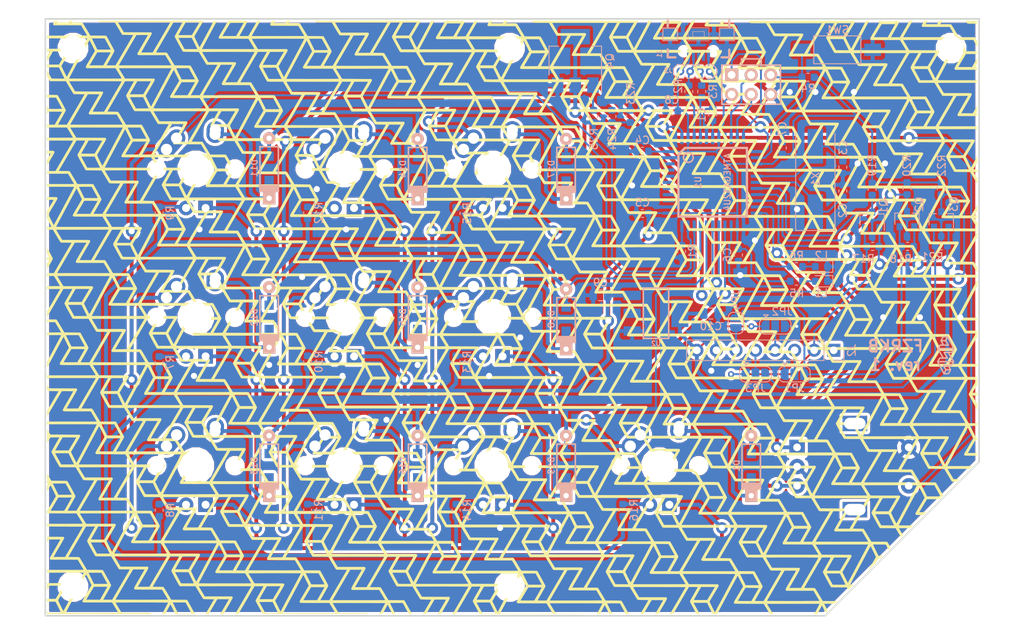
<source format=kicad_pcb>
(kicad_pcb (version 20210228) (generator pcbnew)
  (layers (0 "F.Cu" signal) (31 "B.Cu" signal) (34 "B.Paste" user) (35 "F.Paste" user) (36 "B.SilkS" user "B.Silkscreen") (37 "F.SilkS" user "F.Silkscreen") (38 "B.Mask" user) (39 "F.Mask" user) (44 "Edge.Cuts" user))
  (net 0 "")
  (net 1 "GND")
  (net 2 "Net-(C1-Pad2)")
  (net 3 "VCC")
  (net 4 "row0")
  (net 5 "row1")
  (net 6 "row2")
  (net 7 "col0")
  (net 8 "col1")
  (net 9 "col2")
  (net 10 "MISO")
  (net 11 "SCK")
  (net 12 "MOSI")
  (net 13 "RST")
  (net 14 "Net-(R1-Pad2)")
  (net 15 "D-")
  (net 16 "D+")
  (net 17 "Net-(U1-Pad39)")
  (net 18 "Net-(U1-Pad40)")
  (net 19 "Net-(U1-Pad41)")
  (net 20 "Net-(U1-Pad42)")
  (net 21 "Net-(U1-Pad38)")
  (net 22 "Net-(U1-Pad37)")
  (net 23 "Net-(U1-Pad36)")
  (net 24 "XTAL2")
  (net 25 "XTAL1")
  (net 26 "Net-(U1-Pad8)")
  (net 27 "LED")
  (net 28 "Net-(L1-Pad2)")
  (net 29 "Net-(L2-Pad2)")
  (net 30 "Net-(J2-Pad1)")
  (net 31 "Net-(MX1-Pad3)")
  (net 32 "Net-(D11-Pad1)")
  (net 33 "Net-(D12-Pad1)")
  (net 34 "Net-(D13-Pad1)")
  (net 35 "Net-(D14-Pad1)")
  (net 36 "Net-(D15-Pad1)")
  (net 37 "Net-(D16-Pad1)")
  (net 38 "Net-(D17-Pad1)")
  (net 39 "Net-(D18-Pad1)")
  (net 40 "Net-(D19-Pad1)")
  (net 41 "Net-(MX2-Pad3)")
  (net 42 "Net-(MX3-Pad3)")
  (net 43 "Net-(MX4-Pad3)")
  (net 44 "Net-(MX5-Pad3)")
  (net 45 "Net-(MX6-Pad3)")
  (net 46 "Net-(MX7-Pad3)")
  (net 47 "Net-(MX8-Pad3)")
  (net 48 "Net-(MX9-Pad3)")
  (net 49 "Net-(MX10-Pad3)")
  (net 50 "+3V3")
  (net 51 "SCL_L")
  (net 52 "SDA_L")
  (net 53 "SCL_H")
  (net 54 "SDA_H")
  (net 55 "ESWITCH")
  (net 56 "E2")
  (net 57 "E1")
  (net 58 "LEDGND")
  (net 59 "Net-(D1-Pad1)")
  (net 60 "OLEDRESET_L")
  (net 61 "col3")
  (net 62 "OLEDRESET_H")
  (net 63 "LEDPWM")
  (net 64 "Net-(U2-Pad2)")
  (net 65 "Net-(Q4-Pad1)")
  (net 66 "D-C")
  (net 67 "D+C")
  (net 68 "CON3")
  (net 69 "CON4")
  (net 70 "CON5")
  (net 71 "CON6")
  (net 72 "Net-(J1-PadID)")
  (footprint "MountingHole:MountingHole_3.2mm_M3" (layer "F.Cu") (at 152.7868 112.82045)
    (fp_text reference "REF**")
    (fp_text value "MountingHole_3.2mm_M3")
  )
  (footprint "MountingHole:MountingHole_3.2mm_M3" (layer "F.Cu") (at 210.14055 42.8117)
    (fp_text reference "REF**")
    (fp_text value "MountingHole_3.2mm_M3")
  )
  (footprint "MX_Alps_Hybrid:MX-1.25U" (layer "F.Cu") (at 172.278675 97.1042)
    (fp_text reference "MX10")
    (fp_text value "MX-1.25U")
  )
  (footprint "MountingHole:MountingHole_3.2mm_M3" (layer "F.Cu") (at 152.7868 42.8117)
    (fp_text reference "REF**")
    (fp_text value "MountingHole_3.2mm_M3")
  )
  (footprint "MX_Alps_Hybrid:MX-1U" (layer "F.Cu") (at 112.03305 58.52795)
    (fp_text reference "MX1")
    (fp_text value "MX-1U")
  )
  (footprint "MX_Alps_Hybrid:MX-1U" (layer "F.Cu") (at 112.03305 77.816075)
    (fp_text reference "MX2")
    (fp_text value "MX-1U")
  )
  (footprint "MX_Alps_Hybrid:MX-1U" (layer "F.Cu") (at 112.03305 97.1042)
    (fp_text reference "MX3")
    (fp_text value "MX-1U")
  )
  (footprint "MX_Alps_Hybrid:MX-1U" (layer "F.Cu") (at 131.321175 58.52795)
    (fp_text reference "MX4")
    (fp_text value "MX-1U")
  )
  (footprint "MX_Alps_Hybrid:MX-1U" (layer "F.Cu") (at 131.321175 77.816075)
    (fp_text reference "MX5")
    (fp_text value "MX-1U")
  )
  (footprint "MX_Alps_Hybrid:MX-1U" (layer "F.Cu") (at 131.321175 97.1042)
    (fp_text reference "MX6")
    (fp_text value "MX-1U")
  )
  (footprint "MX_Alps_Hybrid:MX-1U" (layer "F.Cu") (at 150.6093 58.52795)
    (fp_text reference "MX7")
    (fp_text value "MX-1U")
  )
  (footprint "MX_Alps_Hybrid:MX-1U" (layer "F.Cu") (at 150.6093 77.816075)
    (fp_text reference "MX8")
    (fp_text value "MX-1U")
  )
  (footprint "MX_Alps_Hybrid:MX-1U" (layer "F.Cu") (at 150.6093 97.1042)
    (fp_text reference "MX9")
    (fp_text value "MX-1U")
  )
  (footprint "MountingHole:MountingHole_3.2mm_M3" (layer "F.Cu") (at 96.078675 42.8117)
    (fp_text reference "REF**")
    (fp_text value "MountingHole_3.2mm_M3")
  )
  (footprint "MountingHole:MountingHole_3.2mm_M3" (layer "F.Cu") (at 96.078675 112.82045)
    (fp_text reference "REF**")
    (fp_text value "MountingHole_3.2mm_M3")
  )
  (footprint "fiozera:fzrkb" (layer "F.Cu") (at 153.1368 77.8192)
    (fp_text reference "G***" hide)
    (fp_text value "LOGO" hide)
  )
  (footprint "fiozera:RotaryEncoder_Alps_EC11E-Switch_Vertical_H20mmModified" (layer "F.Cu") (at 190.13805 94.72295)
    (fp_text reference "SW2")
    (fp_text value "Rotary_Encoder_Switch")
  )
  (footprint "Capacitor_SMD:C_0805_2012Metric" (layer "B.Cu") (at 178.946175 77.329665)
    (fp_text reference "C10")
    (fp_text value "10UF-0805-10V-10%")
  )
  (footprint "keyboard_parts:D_SOD123_axial" (layer "B.Cu") (at 121.55805 58.43795 90)
    (fp_text reference "D11")
    (fp_text value "D" hide)
  )
  (footprint "keyboard_parts:D_SOD123_axial" (layer "B.Cu") (at 160.1343 78.0542 90)
    (fp_text reference "D18")
    (fp_text value "D" hide)
  )
  (footprint "Silicon-Standard:SOT223" (layer "B.Cu") (at 171.813855 77.285214 90)
    (fp_text reference "U2")
    (fp_text value "V_REG_LM1117SOT223")
  )
  (footprint "Capacitor_SMD:C_0805_2012Metric" (layer "B.Cu") (at 164.597475 74.948415 180)
    (fp_text reference "C9")
    (fp_text value "10UF-0805-10V-10%")
  )
  (footprint "Package_TO_SOT_SMD:SOT-23" (layer "B.Cu") (at 208.867208 65.104752 90)
    (fp_text reference "Q3")
    (fp_text value "BSS138")
  )
  (footprint "keyboard_parts:D_SOD123_axial" (layer "B.Cu") (at 184.184925 97.1042 90)
    (fp_text reference "D1")
    (fp_text value "D" hide)
  )
  (footprint "Resistor_SMD:R_0603_1608Metric" (layer "B.Cu") (at 208.867208 68.5292)
    (fp_text reference "R21")
    (fp_text value "10k")
  )
  (footprint "Package_TO_SOT_SMD:SOT-23" (layer "B.Cu") (at 199.891015 65.1429 90)
    (fp_text reference "Q1")
    (fp_text value "BSS138")
  )
  (footprint "Resistor_SMD:R_0603_1608Metric" (layer "B.Cu") (at 190.054765 71.224775 180)
    (fp_text reference "R6")
    (fp_text value "1k")
  )
  (footprint "Resistor_SMD:R_0603_1608Metric" (layer "B.Cu") (at 199.96414 68.6054)
    (fp_text reference "R17")
    (fp_text value "10k")
  )
  (footprint "Button_Switch_SMD:SW_SPST_FSMSM" (layer "B.Cu") (at 195.366225 43.039665 180)
    (fp_text reference "SW1")
    (fp_text value "SW_PUSH")
  )
  (footprint "Resistor_SMD:R_0603_1608Metric" (layer "B.Cu") (at 191.563725 46.61154)
    (fp_text reference "R4")
    (fp_text value "10k")
  )
  (footprint "Resistor_SMD:R_0603_1608Metric" (layer "B.Cu") (at 175.136175 69.243575 90)
    (fp_text reference "R1")
    (fp_text value "10k")
  )
  (footprint "Capacitor_SMD:C_0603_1608Metric" (layer "B.Cu") (at 170.052265 64.31915 180)
    (fp_text reference "C5")
    (fp_text value "0.1uF")
  )
  (footprint "Resistor_SMD:R_0603_1608Metric" (layer "B.Cu") (at 176.0728 48.4632 -90)
    (fp_text reference "R2")
    (fp_text value "22R")
  )
  (footprint "keyboard_parts:AVR_ICSP_3x2" (layer "B.Cu") (at 184.174765 47.571025)
    (fp_text reference "P1" hide)
    (fp_text value "CONN_3X2" hide)
  )
  (footprint "keyboard_parts:QFP44" (layer "B.Cu") (at 179.17414 60.271025 -90)
    (fp_text reference "U1")
    (fp_text value "ATMEGA32U4")
  )
  (footprint "Resistor_SMD:R_0603_1608Metric" (layer "B.Cu") (at 199.891015 61.1504 90)
    (fp_text reference "R19")
    (fp_text value "10k")
  )
  (footprint "Capacitor_SMD:C_0603_1608Metric" (layer "B.Cu") (at 196.081015 58.2929 -90)
    (fp_text reference "C3")
    (fp_text value "22pF")
  )
  (footprint "LED_SMD:LED_0603_1608Metric" (layer "B.Cu") (at 193.29664 73.129775 180)
    (fp_text reference "L1")
    (fp_text value "PWR")
  )
  (footprint "Capacitor_SMD:C_0603_1608Metric" (layer "B.Cu") (at 196.081015 61.388525 90)
    (fp_text reference "C2")
    (fp_text value "22pF")
  )
  (footprint "Capacitor_SMD:C_0603_1608Metric" (layer "B.Cu") (at 173.862265 50.98415 180)
    (fp_text reference "C8")
    (fp_text value "4.7uF")
  )
  (footprint "Capacitor_SMD:C_0603_1608Metric" (layer "B.Cu") (at 188.22289 55.819775 90)
    (fp_text reference "C7")
    (fp_text value "0.1uF")
  )
  (footprint "Capacitor_SMD:C_0603_1608Metric" (layer "B.Cu") (at 182.51805 69.719825 -90)
    (fp_text reference "C6")
    (fp_text value "0.1uF")
  )
  (footprint "Capacitor_SMD:C_0603_1608Metric" (layer "B.Cu") (at 170.052265 56.2229 180)
    (fp_text reference "C4")
    (fp_text value "0.1uF")
  )
  (footprint "Capacitor_SMD:C_0603_1608Metric" (layer "B.Cu") (at 179.1716 51.4858 -90)
    (fp_text reference "C1")
    (fp_text value "1uF")
  )
  (footprint "LED_SMD:LED_0603_1608Metric" (layer "B.Cu") (at 193.29664 71.224775 180)
    (fp_text reference "L2")
    (fp_text value "STATUS")
  )
  (footprint "Crystal:Crystal_SMD_HC49-SD" (layer "B.Cu") (at 192.50914 59.831025 90)
    (fp_text reference "X1")
    (fp_text value "XTAL")
  )
  (footprint "Resistor_SMD:R_0603_1608Metric" (layer "B.Cu") (at 208.867208 61.0742 90)
    (fp_text reference "R22")
    (fp_text value "10k")
  )
  (footprint "Package_TO_SOT_SMD:SOT-23" (layer "B.Cu") (at 204.41539 65.033525 90)
    (fp_text reference "Q2")
    (fp_text value "BSS138")
  )
  (footprint "Resistor_SMD:R_0603_1608Metric" (layer "B.Cu") (at 204.41539 61.0742 90)
    (fp_text reference "R20")
    (fp_text value "10k")
  )
  (footprint "Resistor_SMD:R_0603_1608Metric" (layer "B.Cu") (at 204.488515 68.6054)
    (fp_text reference "R18")
    (fp_text value "10k")
  )
  (footprint "Package_TO_SOT_SMD:SOT-223-3_TabPin2" (layer "B.Cu") (at 161.324925 44.478575 90)
    (fp_text reference "Q4")
    (fp_text value "IRLZ44N")
  )
  (footprint "Resistor_SMD:R_0603_1608Metric" (layer "B.Cu") (at 168.468675 51.69545 90)
    (fp_text reference "R23")
    (fp_text value "nc")
  )
  (footprint "Resistor_SMD:R_0603_1608Metric" (layer "B.Cu") (at 166.087425 51.69545 90)
    (fp_text reference "R24")
    (fp_text value "100R")
  )
  (footprint "Resistor_SMD:R_0603_1608Metric" (layer "B.Cu") (at 163.706175 51.69545 90)
    (fp_text reference "R25")
    (fp_text value "10K")
  )
  (footprint "keyboard_parts:D_SOD123_axial" (layer "B.Cu") (at 121.55805 77.816075 90)
    (fp_text reference "D12")
    (fp_text value "D" hide)
  )
  (footprint "keyboard_parts:D_SOD123_axial" (layer "B.Cu") (at 121.55805 97.1042 90)
    (fp_text reference "D13")
    (fp_text value "D" hide)
  )
  (footprint "keyboard_parts:D_SOD123_axial" (layer "B.Cu") (at 140.846175 58.52795 90)
    (fp_text reference "D14")
    (fp_text value "D" hide)
  )
  (footprint "keyboard_parts:D_SOD123_axial" (layer "B.Cu") (at 140.846175 77.816075 90)
    (fp_text reference "D15")
    (fp_text value "D" hide)
  )
  (footprint "keyboard_parts:D_SOD123_axial" (layer "B.Cu") (at 140.846175 97.1042 90)
    (fp_text reference "D16")
    (fp_text value "D" hide)
  )
  (footprint "keyboard_parts:D_SOD123_axial" (layer "B.Cu") (at 160.1343 58.52795 90)
    (fp_text reference "D17")
    (fp_text value "D" hide)
  )
  (footprint "keyboard_parts:D_SOD123_axial" (layer "B.Cu") (at 160.1343 97.1042 90)
    (fp_text reference "D19")
    (fp_text value "D" hide)
  )
  (footprint "Resistor_SMD:R_0603_1608Metric" (layer "B.Cu") (at 107.27055 83.696075 90)
    (fp_text reference "R7")
    (fp_text value "330R")
  )
  (footprint "Resistor_SMD:R_0603_1608Metric" (layer "B.Cu") (at 107.27055 102.892325 90)
    (fp_text reference "R8")
    (fp_text value "330R")
  )
  (footprint "Resistor_SMD:R_0603_1608Metric" (layer "B.Cu") (at 126.558675 83.6042 90)
    (fp_text reference "R10")
    (fp_text value "330R")
  )
  (footprint "Resistor_SMD:R_0603_1608Metric" (layer "B.Cu") (at 126.558675 102.892325 90)
    (fp_text reference "R11")
    (fp_text value "330R")
  )
  (footprint "Resistor_SMD:R_0603_1608Metric" (layer "B.Cu") (at 126.558675 64.24295 90)
    (fp_text reference "R12")
    (fp_text value "330R")
  )
  (footprint "Resistor_SMD:R_0603_1608Metric" (layer "B.Cu") (at 145.8468 83.6042 90)
    (fp_text reference "R13")
    (fp_text value "330R")
  )
  (footprint "Resistor_SMD:R_0603_1608Metric" (layer "B.Cu") (at 145.8468 102.892325 90)
    (fp_text reference "R14")
    (fp_text value "330R")
  )
  (footprint "Resistor_SMD:R_0603_1608Metric" (layer "B.Cu") (at 145.8468 64.316075 90)
    (fp_text reference "R15")
    (fp_text value "330R")
  )
  (footprint "Resistor_SMD:R_0603_1608Metric" (layer "B.Cu") (at 167.516175 102.892325 90)
    (fp_text reference "R16")
    (fp_text value "330R")
  )
  (footprint "Resistor_SMD:R_0603_1608Metric" (layer "B.Cu") (at 107.27055 64.24295 90)
    (fp_text reference "R9")
    (fp_text value "330R")
  )
  (footprint "Connectors:1X04_1.27MM" (layer "B.Cu") (at 174.9806 45.847)
    (fp_text reference "J3")
    (fp_text value "Conn_01x04")
  )
  (footprint "Resistor_SMD:R_0603_1608Metric" (layer "B.Cu") (at 177.7492 48.4632 -90)
    (fp_text reference "R3")
    (fp_text value "22R")
  )
  (footprint "Resistor_SMD:R_0603_1608Metric" (layer "B.Cu") (at 190.054765 73.129775 180)
    (fp_text reference "R5")
    (fp_text value "1k")
  )
  (footprint "Jumper:SolderJumper-3_P1.3mm_Open_RoundedPad1.0x1.5mm" (layer "B.Cu") (at 189.7888 85.217)
    (fp_text reference "JP1")
    (fp_text value "SolderJumper_3_Open")
  )
  (footprint "Jumper:SolderJumper-2_P1.3mm_Open_RoundedPad1.0x1.5mm" (layer "B.Cu") (at 182.1942 78.5622 -90)
    (fp_text reference "JP4")
    (fp_text value "SolderJumper_2_Open")
  )
  (footprint "Connector_PinHeader_2.54mm:PinHeader_1x08_P2.54mm_Vertical" (layer "B.Cu") (at 194.90055 82.102325 90)
    (fp_text reference "J2")
    (fp_text value "Conn_01x08")
  )
  (footprint "Jumper:SolderJumper-3_P1.3mm_Open_RoundedPad1.0x1.5mm" (layer "B.Cu") (at 187.2996 78.994)
    (fp_text reference "JP2")
    (fp_text value "SolderJumper_3_Open")
  )
  (footprint "Jumper:SolderJumper-3_P1.3mm_Open_RoundedPad1.0x1.5mm" (layer "B.Cu") (at 184.7342 85.217)
    (fp_text reference "JP3")
    (fp_text value "SolderJumper_3_Open")
  )
  (footprint "fiozera:logo_tiny" (layer "B.Cu") (at 209.4484 82.7532)
    (fp_text reference "G***" hide)
    (fp_text value "LOGO" hide)
  )
  (footprint "Connectors:USB-B-MICRO-SMD" (layer "B.Cu") (at 177.333515 41.021 -90)
    (fp_text reference "J1")
    (fp_text value "USB_MICRO-B_FEMALE-SMT")
  )
  (gr_line (start 92.4868 39.0192) (end 213.7868 39.0192) (layer "Edge.Cuts") (width 0.2))
  (gr_line (start 213.7868 96.6192) (end 193.7868 116.6192) (layer "Edge.Cuts") (width 0.2))
  (gr_line (start 92.4868 116.6192) (end 193.7868 116.6192) (layer "Edge.Cuts") (width 0.2))
  (gr_line (start 92.4868 39.0192) (end 92.4868 116.6192) (layer "Edge.Cuts") (width 0.2))
  (gr_line (start 213.7868 39.0192) (end 213.7868 96.6192) (layer "Edge.Cuts") (width 0.2))
  (gr_text "FZRKB\nrev. 1" (at 202.8952 82.7786) (layer "B.SilkS") (effects (font (size 1.5 1.5) (thickness 0.3)) (justify mirror)))
  (via (at 197.519925 48.5267) (size 1.5) (drill 0.8) (layers "F.Cu" "B.Cu") (net 1))
  (via (at 189.18555 48.5267) (size 1.5) (drill 0.8) (layers "F.Cu" "B.Cu") (net 1))
  (via (at 206.092425 77.816075) (size 1.5) (drill 0.8) (layers "F.Cu" "B.Cu") (net 1))
  (via (at 136.79805 91.151075) (size 1.5) (drill 0.8) (layers "F.Cu" "B.Cu") (net 1))
  (via (at 192.5193 48.5267) (size 1.5) (drill 0.8) (layers "F.Cu" "B.Cu") (net 1))
  (via (at 190.13805 63.7667) (size 1.5) (drill 0.8) (layers "F.Cu" "B.Cu") (net 1))
  (via (at 125.8443 72.577325) (size 1.5) (drill 0.8) (layers "F.Cu" "B.Cu") (net 1))
  (via (at 197.996175 57.813575) (size 1.5) (drill 0.8) (layers "F.Cu" "B.Cu") (net 1))
  (via (at 131.5593 66.386075) (size 1.5) (drill 0.8) (layers "F.Cu" "B.Cu") (net 1))
  (via (at 111.794925 85.436075) (size 1.5) (drill 0.8) (layers "F.Cu" "B.Cu") (net 1))
  (via (at 112.5093 66.386075) (size 1.5) (drill 0.8) (layers "F.Cu" "B.Cu") (net 1))
  (via (at 150.13305 85.436075) (size 1.5) (drill 0.8) (layers "F.Cu" "B.Cu") (net 1))
  (via (at 127.7493 61.147325) (size 1.5) (drill 0.8) (layers "F.Cu" "B.Cu") (net 1))
  (via (at 211.331175 77.816075) (size 1.5) (drill 0.8) (layers "F.Cu" "B.Cu") (net 1))
  (via (at 140.846175 84.007325) (size 1.5) (drill 0.8) (layers "F.Cu" "B.Cu") (net 1))
  (via (at 201.56805 57.813575) (size 1.5) (drill 0.8) (layers "F.Cu" "B.Cu") (net 1))
  (via (at 201.329925 77.816075) (size 1.5) (drill 0.8) (layers "F.Cu" "B.Cu") (net 1))
  (via (at 184.661175 67.814825) (size 1.5) (drill 0.8) (layers "F.Cu" "B.Cu") (net 1))
  (via (at 121.55805 84.007325) (size 1.5) (drill 0.8) (layers "F.Cu" "B.Cu") (net 1))
  (via (at 131.08305 85.436075) (size 1.5) (drill 0.8) (layers "F.Cu" "B.Cu") (net 1))
  (via (at 182.756175 72.3392) (size 1.5) (drill 0.8) (layers "F.Cu" "B.Cu") (net 1))
  (via (at 168.7068 60.671075) (size 1.5) (drill 0.8) (layers "F.Cu" "B.Cu") (net 1))
  (via (at 154.181175 80.43545) (size 1.5) (drill 0.8) (layers "F.Cu" "B.Cu") (net 1))
  (via (at 151.5618 105.20045) (size 1.5) (drill 0.8) (layers "F.Cu" "B.Cu") (net 1))
  (via (at 190.0936 78.994) (size 0.8) (drill 0.4) (layers "F.Cu" "B.Cu") (net 1))
  (via (at 188.5442 83.4898) (size 0.8) (drill 0.4) (layers "F.Cu" "B.Cu") (net 1))
  (via (at 178.9938 84.7598) (size 1.5) (drill 0.8) (layers "F.Cu" "B.Cu") (net 1))
  (segment (start 184.88914 58.670825) (end 183.53659 58.670825) (width 0.25) (layer "B.Cu") (net 1))
  (segment (start 183.17464 59.032775) (end 183.17464 65.986025) (width 0.25) (layer "B.Cu") (net 1))
  (segment (start 178.37404 53.279675) (end 178.02395 52.929585) (width 0.25) (layer "B.Cu") (net 1))
  (segment (start 178.37404 54.556025) (end 178.37404 53.279675) (width 0.25) (layer "B.Cu") (net 1))
  (segment (start 183.53659 58.670825) (end 183.17464 59.032775) (width 0.25) (layer "B.Cu") (net 1))
  (segment (start 178.631455 43.74388) (end 178.631455 45.687855) (width 0.25) (layer "B.Cu") (net 1))
  (segment (start 178.02395 52.929585) (end 178.02395 51.00785) (width 0.25) (layer "B.Cu") (net 1))
  (segment (start 188.4888 85.217) (end 188.4888 83.5452) (width 0.25) (layer "B.Cu") (net 1))
  (segment (start 178.3335 50.6983) (end 178.5966 50.6983) (width 0.25) (layer "B.Cu") (net 1))
  (segment (start 178.02395 51.00785) (end 178.3335 50.6983) (width 0.25) (layer "B.Cu") (net 1))
  (segment (start 178.5966 50.6983) (end 179.1716 50.6983) (width 0.25) (layer "B.Cu") (net 1))
  (segment (start 178.631455 45.687855) (end 178.7906 45.847) (width 0.25) (layer "B.Cu") (net 1))
  (segment (start 188.4888 83.5452) (end 188.5442 83.4898) (width 0.25) (layer "B.Cu") (net 1))
  (segment (start 188.5996 78.994) (end 190.0936 78.994) (width 0.25) (layer "B.Cu") (net 1))
  (segment (start 179.17414 54.556025) (end 179.17414 52.27584) (width 0.25) (layer "B.Cu") (net 2))
  (segment (start 179.17414 52.27584) (end 179.1716 52.2733) (width 0.25) (layer "B.Cu") (net 2))
  (segment (start 170.099926 67.850449) (end 170.849925 67.10045) (width 0.5) (layer "F.Cu") (net 3))
  (segment (start 165.611175 72.3392) (end 170.099926 67.850449) (width 0.5) (layer "F.Cu") (net 3))
  (segment (start 165.611175 78.292325) (end 165.611175 72.3392) (width 0.5) (layer "F.Cu") (net 3))
  (via (at 165.611175 78.292325) (size 1.5) (drill 0.8) (layers "F.Cu" "B.Cu") (net 3))
  (via (at 170.849925 67.10045) (size 1.5) (drill 0.8) (layers "F.Cu" "B.Cu") (net 3))
  (segment (start 182.37454 65.986025) (end 182.37454 64.31915) (width 0.25) (layer "B.Cu") (net 3))
  (segment (start 174.649765 50.98415) (end 175.36414 50.98415) (width 0.25) (layer "B.Cu") (net 3))
  (segment (start 179.97424 55.89905) (end 179.97424 54.556025) (width 0.25) (layer "B.Cu") (net 3))
  (segment (start 173.45914 64.271525) (end 170.88739 64.271525) (width 0.25) (layer "B.Cu") (net 3))
  (segment (start 179.97424 53.279675) (end 180.60289 52.651025) (width 0.25) (layer "B.Cu") (net 3))
  (segment (start 175.97374 54.556025) (end 175.97374 51.59375) (width 0.25) (layer "B.Cu") (net 3))
  (segment (start 175.97374 54.556025) (end 175.97374 56.137175) (width 0.25) (layer "B.Cu") (net 3))
  (segment (start 182.37454 64.31915) (end 182.37454 59.0423) (width 0.25) (layer "B.Cu") (net 3))
  (segment (start 179.97424 54.556025) (end 179.97424 53.279675) (width 0.25) (layer "B.Cu") (net 3))
  (segment (start 170.88739 56.270525) (end 170.839765 56.2229) (width 0.25) (layer "B.Cu") (net 3))
  (segment (start 186.95944 57.870725) (end 188.22289 56.607275) (width 0.25) (layer "B.Cu") (net 3))
  (segment (start 170.88739 64.271525) (end 170.839765 64.31915) (width 0.25) (layer "B.Cu") (net 3))
  (segment (start 175.84039 56.270525) (end 179.602765 56.270525) (width 0.25) (layer "B.Cu") (net 3))
  (segment (start 184.88914 57.870725) (end 181.202965 57.870725) (width 0.25) (layer "B.Cu") (net 3))
  (segment (start 173.45914 64.271525) (end 182.326915 64.271525) (width 0.25) (layer "B.Cu") (net 3))
  (segment (start 173.45914 56.270525) (end 170.88739 56.270525) (width 0.25) (layer "B.Cu") (net 3))
  (segment (start 184.88914 57.870725) (end 186.95944 57.870725) (width 0.25) (layer "B.Cu") (net 3))
  (segment (start 173.45914 56.270525) (end 175.84039 56.270525) (width 0.25) (layer "B.Cu") (net 3))
  (segment (start 182.37454 59.0423) (end 181.202965 57.870725) (width 0.25) (layer "B.Cu") (net 3))
  (segment (start 179.602765 56.270525) (end 179.97424 55.89905) (width 0.25) (layer "B.Cu") (net 3))
  (segment (start 175.97374 56.137175) (end 175.84039 56.270525) (width 0.25) (layer "B.Cu") (net 3))
  (segment (start 180.60289 49.8729) (end 181.634765 48.841025) (width 0.25) (layer "B.Cu") (net 3))
  (segment (start 180.60289 52.651025) (end 180.60289 49.8729) (width 0.25) (layer "B.Cu") (net 3))
  (segment (start 182.326915 64.271525) (end 182.37454 64.31915) (width 0.25) (layer "B.Cu") (net 3))
  (segment (start 175.36414 50.98415) (end 175.97374 51.59375) (width 0.25) (layer "B.Cu") (net 3))
  (segment (start 181.202965 57.870725) (end 179.602765 56.270525) (width 0.25) (layer "B.Cu") (net 3))
  (segment (start 109.413675 68.05295) (end 107.27055 68.05295) (width 0.5) (layer "B.Cu") (net 3))
  (segment (start 198.71055 52.433365) (end 199.80451 53.527325) (width 0.25) (layer "B.Cu") (net 3))
  (segment (start 126.558675 84.3917) (end 126.558675 87.341075) (width 0.5) (layer "B.Cu") (net 3))
  (segment (start 199.891015 53.61383) (end 199.80451 53.527325) (width 0.25) (layer "B.Cu") (net 3))
  (segment (start 174.649765 50.98415) (end 174.649765 46.177835) (width 0.25) (layer "B.Cu") (net 3))
  (segment (start 192.351225 46.61154) (end 192.888725 46.61154) (width 0.25) (layer "B.Cu") (net 3))
  (segment (start 126.558675 103.679825) (end 126.558675 108.772325) (width 0.5) (layer "B.Cu") (net 3))
  (segment (start 165.134925 108.772325) (end 167.516175 106.391075) (width 0.5) (layer "B.Cu") (net 3))
  (segment (start 185.213625 73.129775) (end 189.267265 73.129775) (width 0.25) (layer "B.Cu") (net 3))
  (segment (start 165.534975 74.948415) (end 165.534975 78.216125) (width 0.5) (layer "B.Cu") (net 3))
  (segment (start 107.27055 65.03045) (end 107.27055 65.909825) (width 0.5) (layer "B.Cu") (net 3))
  (segment (start 174.649765 46.177835) (end 174.9806 45.847) (width 0.25) (layer "B.Cu") (net 3))
  (segment (start 126.558675 65.03045) (end 126.558675 68.05295) (width 0.5) (layer "B.Cu") (net 3))
  (segment (start 198.690085 52.4129) (end 198.71055 52.433365) (width 0.25) (layer "B.Cu") (net 3))
  (segment (start 208.292208 60.2867) (end 204.41539 60.2867) (width 0.25) (layer "B.Cu") (net 3))
  (segment (start 165.560374 74.973814) (end 165.534975 74.948415) (width 0.5) (layer "B.Cu") (net 3))
  (segment (start 107.27055 65.909825) (end 107.27055 68.05295) (width 0.5) (layer "B.Cu") (net 3))
  (segment (start 167.516175 106.391075) (end 167.516175 103.679825) (width 0.5) (layer "B.Cu") (net 3))
  (segment (start 107.27055 108.772325) (end 102.269925 108.772325) (width 0.5) (layer "B.Cu") (net 3))
  (segment (start 197.89951 51.622325) (end 198.71055 52.433365) (width 0.25) (layer "B.Cu") (net 3))
  (segment (start 192.888725 46.61154) (end 197.89951 51.622325) (width 0.25) (layer "B.Cu") (net 3))
  (segment (start 170.839765 64.31915) (end 170.839765 67.09029) (width 0.5) (layer "B.Cu") (net 3))
  (segment (start 208.867208 60.2867) (end 208.292208 60.2867) (width 0.25) (layer "B.Cu") (net 3))
  (segment (start 188.22289 56.607275) (end 189.267265 56.607275) (width 0.25) (layer "B.Cu") (net 3))
  (segment (start 182.51805 68.932325) (end 183.397425 68.932325) (width 0.25) (layer "B.Cu") (net 3))
  (segment (start 107.27055 84.483575) (end 107.27055 87.341075) (width 0.5) (layer "B.Cu") (net 3))
  (segment (start 145.8468 66.862325) (end 145.8468 65.103575) (width 0.5) (layer "B.Cu") (net 3))
  (segment (start 144.8943 87.341075) (end 161.56305 87.341075) (width 0.5) (layer "B.Cu") (net 3))
  (segment (start 107.27055 108.772325) (end 126.558675 108.772325) (width 0.5) (layer "B.Cu") (net 3))
  (segment (start 126.558675 108.772325) (end 145.8468 108.772325) (width 0.5) (layer "B.Cu") (net 3))
  (segment (start 165.611175 83.29295) (end 165.611175 78.292325) (width 0.5) (layer "B.Cu") (net 3))
  (segment (start 145.8468 86.388575) (end 145.8468 84.3917) (width 0.5) (layer "B.Cu") (net 3))
  (segment (start 204.41539 60.2867) (end 199.967215 60.2867) (width 0.25) (layer "B.Cu") (net 3))
  (segment (start 176.035575 44.71778) (end 176.035575 43.74388) (width 0.25) (layer "B.Cu") (net 3))
  (segment (start 183.397425 68.932325) (end 184.184925 69.719825) (width 0.25) (layer "B.Cu") (net 3))
  (segment (start 161.56305 87.341075) (end 165.611175 83.29295) (width 0.5) (layer "B.Cu") (net 3))
  (segment (start 107.27055 103.679825) (end 107.27055 108.772325) (width 0.5) (layer "B.Cu") (net 3))
  (segment (start 168.715055 74.973814) (end 165.560374 74.973814) (width 0.5) (layer "B.Cu") (net 3))
  (segment (start 189.267265 56.607275) (end 189.65164 56.2229) (width 0.25) (layer "B.Cu") (net 3))
  (segment (start 126.558675 87.341075) (end 144.8943 87.341075) (width 0.5) (layer "B.Cu") (net 3))
  (segment (start 126.558675 68.05295) (end 144.656175 68.05295) (width 0.5) (layer "B.Cu") (net 3))
  (segment (start 170.839765 67.09029) (end 170.849925 67.10045) (width 0.5) (layer "B.Cu") (net 3))
  (segment (start 100.364925 94.2467) (end 107.27055 87.341075) (width 0.5) (layer "B.Cu") (net 3))
  (segment (start 144.8943 87.341075) (end 145.8468 86.388575) (width 0.5) (layer "B.Cu") (net 3))
  (segment (start 100.364925 106.867325) (end 100.364925 94.2467) (width 0.5) (layer "B.Cu") (net 3))
  (segment (start 126.32055 87.341075) (end 107.27055 87.341075) (width 0.5) (layer "B.Cu") (net 3))
  (segment (start 145.8468 103.679825) (end 145.8468 108.772325) (width 0.5) (layer "B.Cu") (net 3))
  (segment (start 100.364925 94.2467) (end 100.364925 74.958575) (width 0.5) (layer "B.Cu") (net 3))
  (segment (start 102.269925 108.772325) (end 100.364925 106.867325) (width 0.5) (layer "B.Cu") (net 3))
  (segment (start 199.891015 60.3629) (end 199.891015 53.61383) (width 0.25) (layer "B.Cu") (net 3))
  (segment (start 189.65164 56.2229) (end 189.65164 52.34686) (width 0.25) (layer "B.Cu") (net 3))
  (segment (start 144.656175 68.05295) (end 145.8468 66.862325) (width 0.5) (layer "B.Cu") (net 3))
  (segment (start 199.967215 60.2867) (end 199.891015 60.3629) (width 0.25) (layer "B.Cu") (net 3))
  (segment (start 184.184925 69.719825) (end 184.184925 72.101075) (width 0.25) (layer "B.Cu") (net 3))
  (segment (start 145.8468 108.772325) (end 165.134925 108.772325) (width 0.5) (layer "B.Cu") (net 3))
  (segment (start 190.376175 51.622325) (end 197.89951 51.622325) (width 0.25) (layer "B.Cu") (net 3))
  (segment (start 165.534975 78.216125) (end 165.611175 78.292325) (width 0.5) (layer "B.Cu") (net 3))
  (segment (start 109.413675 68.05295) (end 126.558675 68.05295) (width 0.5) (layer "B.Cu") (net 3))
  (segment (start 182.37454 65.986025) (end 182.37454 68.788815) (width 0.25) (layer "B.Cu") (net 3))
  (segment (start 174.9806 45.772755) (end 176.035575 44.71778) (width 0.25) (layer "B.Cu") (net 3))
  (segment (start 182.37454 68.788815) (end 182.51805 68.932325) (width 0.25) (layer "B.Cu") (net 3))
  (segment (start 174.9806 45.847) (end 174.9806 45.772755) (width 0.25) (layer "B.Cu") (net 3))
  (segment (start 189.65164 52.34686) (end 190.376175 51.622325) (width 0.25) (layer "B.Cu") (net 3))
  (segment (start 100.364925 74.958575) (end 107.27055 68.05295) (width 0.5) (layer "B.Cu") (net 3))
  (segment (start 184.184925 72.101075) (end 185.213625 73.129775) (width 0.25) (layer "B.Cu") (net 3))
  (segment (start 176.80305 71.624825) (end 176.114915 72.31296) (width 0.25) (layer "B.Cu") (net 4))
  (segment (start 132.273675 51.146075) (end 132.283051 51.136699) (width 0.5) (layer "B.Cu") (net 4))
  (segment (start 156.652425 51.146075) (end 160.1343 54.62795) (width 0.25) (layer "B.Cu") (net 4))
  (segment (start 176.77384 66.998025) (end 176.80305 67.027235) (width 0.25) (layer "B.Cu") (net 4))
  (segment (start 140.846175 54.62795) (end 140.846175 51.146075) (width 0.5) (layer "B.Cu") (net 4))
  (segment (start 176.77384 66.998025) (end 176.77681 67.000995) (width 0.25) (layer "B.Cu") (net 4))
  (segment (start 132.273675 51.146075) (end 139.1793 51.146075) (width 0.25) (layer "B.Cu") (net 4))
  (segment (start 121.55805 54.53795) (end 124.949925 51.146075) (width 0.5) (layer "B.Cu") (net 4))
  (segment (start 165.37305 70.91045) (end 165.37305 57.813575) (width 0.25) (layer "B.Cu") (net 4))
  (segment (start 156.643049 51.136699) (end 159.334301 53.827951) (width 0.5) (layer "B.Cu") (net 4))
  (segment (start 139.1793 51.146075) (end 140.846175 51.146075) (width 0.25) (layer "B.Cu") (net 4))
  (segment (start 124.949925 51.146075) (end 132.273675 51.146075) (width 0.5) (layer "B.Cu") (net 4))
  (segment (start 165.37305 57.813575) (end 162.187425 54.62795) (width 0.25) (layer "B.Cu") (net 4))
  (segment (start 140.846175 51.146075) (end 156.652425 51.146075) (width 0.25) (layer "B.Cu") (net 4))
  (segment (start 176.80305 67.027235) (end 176.80305 71.624825) (width 0.25) (layer "B.Cu") (net 4))
  (segment (start 176.77384 65.986025) (end 176.77384 66.998025) (width 0.25) (layer "B.Cu") (net 4))
  (segment (start 159.334301 53.827951) (end 160.1343 54.62795) (width 0.5) (layer "B.Cu") (net 4))
  (segment (start 176.114915 72.31296) (end 166.77556 72.31296) (width 0.25) (layer "B.Cu") (net 4))
  (segment (start 161.26567 54.62795) (end 160.1343 54.62795) (width 0.25) (layer "B.Cu") (net 4))
  (segment (start 162.187425 54.62795) (end 161.26567 54.62795) (width 0.25) (layer "B.Cu") (net 4))
  (segment (start 166.77556 72.31296) (end 165.37305 70.91045) (width 0.25) (layer "B.Cu") (net 4))
  (segment (start 132.283051 51.136699) (end 156.643049 51.136699) (width 0.5) (layer "B.Cu") (net 4))
  (segment (start 140.846175 73.916075) (end 140.846175 72.784705) (width 0.5) (layer "B.Cu") (net 5))
  (segment (start 140.846175 69.95795) (end 155.93805 69.95795) (width 0.5) (layer "B.Cu") (net 5))
  (segment (start 177.57394 65.986025) (end 177.57394 71.490345) (width 0.25) (layer "B.Cu") (net 5))
  (segment (start 140.846175 72.784705) (end 140.846175 69.95795) (width 0.5) (layer "B.Cu") (net 5))
  (segment (start 125.516175 69.95795) (end 140.846175 69.95795) (width 0.5) (layer "B.Cu") (net 5))
  (segment (start 176.301315 72.76297) (end 161.52553 72.76297) (width 0.25) (layer "B.Cu") (net 5))
  (segment (start 155.93805 69.95795) (end 156.4143 70.4342) (width 0.5) (layer "B.Cu") (net 5))
  (segment (start 177.57394 71.490345) (end 176.301315 72.76297) (width 0.25) (layer "B.Cu") (net 5))
  (segment (start 161.52553 72.76297) (end 160.1343 74.1542) (width 0.25) (layer "B.Cu") (net 5))
  (segment (start 156.4143 70.4342) (end 160.1343 74.1542) (width 0.5) (layer "B.Cu") (net 5))
  (segment (start 121.55805 73.916075) (end 125.516175 69.95795) (width 0.5) (layer "B.Cu") (net 5))
  (segment (start 140.846175 89.722325) (end 156.652425 89.722325) (width 0.25) (layer "B.Cu") (net 6))
  (segment (start 171.802425 74.958575) (end 171.802425 89.722325) (width 0.25) (layer "B.Cu") (net 6))
  (segment (start 178.37404 65.986025) (end 178.37404 72.118995) (width 0.25) (layer "B.Cu") (net 6))
  (segment (start 140.846175 93.2042) (end 140.846175 89.722325) (width 0.5) (layer "B.Cu") (net 6))
  (segment (start 121.55805 93.2042) (end 125.039925 89.722325) (width 0.5) (layer "B.Cu") (net 6))
  (segment (start 184.184925 93.2042) (end 184.184925 92.07283) (width 0.25) (layer "B.Cu") (net 6))
  (segment (start 139.1793 89.722325) (end 140.846175 89.722325) (width 0.25) (layer "B.Cu") (net 6))
  (segment (start 176.96321 73.529825) (end 173.231175 73.529825) (width 0.25) (layer "B.Cu") (net 6))
  (segment (start 181.83442 89.722325) (end 172.5168 89.722325) (width 0.25) (layer "B.Cu") (net 6))
  (segment (start 181.83442 89.722325) (end 184.184925 92.07283) (width 0.5) (layer "B.Cu") (net 6))
  (segment (start 184.184925 92.07283) (end 184.184925 94.4042) (width 0.5) (layer "B.Cu") (net 6))
  (segment (start 125.039925 89.722325) (end 139.1793 89.722325) (width 0.5) (layer "B.Cu") (net 6))
  (segment (start 178.37404 72.118995) (end 176.96321 73.529825) (width 0.25) (layer "B.Cu") (net 6))
  (segment (start 139.1793 89.722325) (end 181.83442 89.722325) (width 0.5) (layer "B.Cu") (net 6))
  (segment (start 173.231175 73.529825) (end 171.802425 74.958575) (width 0.25) (layer "B.Cu") (net 6))
  (segment (start 160.1343 93.2042) (end 160.1343 89.722325) (width 0.5) (layer "B.Cu") (net 6))
  (segment (start 172.5168 89.722325) (end 171.802425 89.722325) (width 0.25) (layer "B.Cu") (net 6))
  (segment (start 171.802425 89.722325) (end 160.1343 89.722325) (width 0.25) (layer "B.Cu") (net 6))
  (segment (start 160.1343 89.722325) (end 156.652425 89.722325) (width 0.25) (layer "B.Cu") (net 6))
  (segment (start 103.698675 84.851665) (end 103.698675 66.6242) (width 0.5) (layer "F.Cu") (net 7))
  (segment (start 103.698675 105.20045) (end 103.698675 104.13979) (width 0.5) (layer "F.Cu") (net 7))
  (segment (start 103.698675 85.912325) (end 103.698675 84.851665) (width 0.5) (layer "F.Cu") (net 7))
  (segment (start 103.698675 104.13979) (end 103.698675 85.912325) (width 0.5) (layer "F.Cu") (net 7))
  (via (at 103.698675 85.912325) (size 1.5) (drill 0.8) (layers "F.Cu" "B.Cu") (net 7))
  (via (at 103.698675 105.20045) (size 1.5) (drill 0.8) (layers "F.Cu" "B.Cu") (net 7))
  (via (at 103.698675 66.6242) (size 1.5) (drill 0.8) (layers "F.Cu" "B.Cu") (net 7))
  (segment (start 103.698675 57.813575) (end 105.5243 55.98795) (width 0.5) (layer "B.Cu") (net 7))
  (segment (start 161.801175 52.81295) (end 160.1343 52.81295) (width 0.25) (layer "B.Cu") (net 7))
  (segment (start 108.22305 94.5642) (end 105.5243 94.5642) (width 0.5) (layer "B.Cu") (net 7))
  (segment (start 175.97374 67.461765) (end 176.3268 67.814825) (width 0.25) (layer "B.Cu") (net 7))
  (segment (start 160.1343 52.81295) (end 156.274926 48.953576) (width 0.25) (layer "B.Cu") (net 7))
  (segment (start 175.85055 71.86295) (end 167.516175 71.86295) (width 0.25) (layer "B.Cu") (net 7))
  (segment (start 103.698675 96.389825) (end 105.5243 94.5642) (width 0.5) (layer "B.Cu") (net 7))
  (segment (start 166.087425 57.0992) (end 161.801175 52.81295) (width 0.25) (layer "B.Cu") (net 7))
  (segment (start 156.274926 48.953576) (end 115.107424 48.953576) (width 0.25) (layer "B.Cu") (net 7))
  (segment (start 176.3268 67.814825) (end 176.3268 71.3867) (width 0.25) (layer "B.Cu") (net 7))
  (segment (start 104.809925 75.276075) (end 108.22305 75.276075) (width 0.5) (layer "B.Cu") (net 7))
  (segment (start 114.4143 49.6467) (end 109.53305 54.52795) (width 0.25) (layer "B.Cu") (net 7))
  (segment (start 175.97374 65.986025) (end 175.97374 67.461765) (width 0.25) (layer "B.Cu") (net 7))
  (segment (start 176.3268 71.3867) (end 175.85055 71.86295) (width 0.25) (layer "B.Cu") (net 7))
  (segment (start 166.087425 70.4342) (end 166.087425 57.0992) (width 0.25) (layer "B.Cu") (net 7))
  (segment (start 167.516175 71.86295) (end 166.087425 70.4342) (width 0.25) (layer "B.Cu") (net 7))
  (segment (start 115.107424 48.953576) (end 114.4143 49.6467) (width 0.25) (layer "B.Cu") (net 7))
  (segment (start 103.698675 105.20045) (end 103.698675 96.389825) (width 0.5) (layer "B.Cu") (net 7))
  (segment (start 103.698675 85.912325) (end 103.698675 76.387325) (width 0.5) (layer "B.Cu") (net 7))
  (segment (start 103.698675 76.387325) (end 104.809925 75.276075) (width 0.5) (layer "B.Cu") (net 7))
  (segment (start 105.5243 55.98795) (end 108.22305 55.98795) (width 0.5) (layer "B.Cu") (net 7))
  (segment (start 103.698675 66.6242) (end 103.698675 57.813575) (width 0.5) (layer "B.Cu") (net 7))
  (segment (start 179.66055 63.052325) (end 164.42055 47.812325) (width 0.5) (layer "F.Cu") (net 8))
  (segment (start 130.844925 47.812325) (end 123.701175 54.956075) (width 0.5) (layer "F.Cu") (net 8))
  (segment (start 179.66055 73.2917) (end 179.66055 63.052325) (width 0.5) (layer "F.Cu") (net 8))
  (segment (start 164.42055 47.812325) (end 130.844925 47.812325) (width 0.5) (layer "F.Cu") (net 8))
  (segment (start 123.46305 66.6242) (end 123.46305 67.68486) (width 0.5) (layer "F.Cu") (net 8))
  (segment (start 123.46305 85.912325) (end 123.46305 105.20045) (width 0.5) (layer "F.Cu") (net 8))
  (segment (start 123.46305 67.68486) (end 123.46305 85.912325) (width 0.5) (layer "F.Cu") (net 8))
  (via (at 179.66055 73.2917) (size 1.5) (drill 0.8) (layers "F.Cu" "B.Cu") (net 8))
  (via (at 123.701175 54.956075) (size 1.5) (drill 0.8) (layers "F.Cu" "B.Cu") (net 8))
  (via (at 123.46305 105.20045) (size 1.5) (drill 0.8) (layers "F.Cu" "B.Cu") (net 8))
  (via (at 123.46305 85.912325) (size 1.5) (drill 0.8) (layers "F.Cu" "B.Cu") (net 8))
  (via (at 123.46305 66.6242) (size 1.5) (drill 0.8) (layers "F.Cu" "B.Cu") (net 8))
  (segment (start 123.46305 95.67545) (end 123.46305 105.20045) (width 0.5) (layer "B.Cu") (net 8))
  (segment (start 124.5743 94.5642) (end 123.46305 95.67545) (width 0.5) (layer "B.Cu") (net 8))
  (segment (start 127.511175 94.5642) (end 124.5743 94.5642) (width 0.5) (layer "B.Cu") (net 8))
  (segment (start 179.97424 65.986025) (end 179.97424 72.97801) (width 0.25) (layer "B.Cu") (net 8))
  (segment (start 123.701175 54.956075) (end 128.39305 54.956075) (width 0.5) (layer "B.Cu") (net 8))
  (segment (start 124.812425 75.276075) (end 127.511175 75.276075) (width 0.5) (layer "B.Cu") (net 8))
  (segment (start 123.46305 66.6242) (end 123.46305 55.1942) (width 0.5) (layer "B.Cu") (net 8))
  (segment (start 179.97424 72.97801) (end 179.66055 73.2917) (width 0.25) (layer "B.Cu") (net 8))
  (segment (start 123.46305 85.912325) (end 123.46305 76.62545) (width 0.5) (layer "B.Cu") (net 8))
  (segment (start 128.39305 54.956075) (end 128.821175 54.52795) (width 0.5) (layer "B.Cu") (net 8))
  (segment (start 123.46305 55.1942) (end 123.701175 54.956075) (width 0.5) (layer "B.Cu") (net 8))
  (segment (start 124.812425 94.5642) (end 127.511175 94.5642) (width 0.25) (layer "B.Cu") (net 8))
  (segment (start 123.46305 76.62545) (end 124.812425 75.276075) (width 0.5) (layer "B.Cu") (net 8))
  (segment (start 177.75555 64.7192) (end 162.753675 49.717325) (width 0.5) (layer "F.Cu") (net 9))
  (segment (start 142.751175 52.81295) (end 142.274925 52.3367) (width 0.5) (layer "F.Cu") (net 9))
  (segment (start 162.753675 49.717325) (end 144.8943 49.717325) (width 0.5) (layer "F.Cu") (net 9))
  (segment (start 142.751175 85.912325) (end 142.751175 86.972985) (width 0.5) (layer "F.Cu") (net 9))
  (segment (start 142.751175 66.6242) (end 142.751175 52.81295) (width 0.5) (layer "F.Cu") (net 9))
  (segment (start 177.75555 74.958575) (end 177.75555 64.7192) (width 0.5) (layer "F.Cu") (net 9))
  (segment (start 142.751175 66.6242) (end 142.751175 85.912325) (width 0.5) (layer "F.Cu") (net 9))
  (segment (start 142.751175 86.972985) (end 142.751175 105.20045) (width 0.5) (layer "F.Cu") (net 9))
  (segment (start 144.8943 49.717325) (end 142.274925 52.3367) (width 0.5) (layer "F.Cu") (net 9))
  (via (at 177.75555 74.958575) (size 1.5) (drill 0.8) (layers "F.Cu" "B.Cu") (net 9))
  (via (at 142.274925 52.3367) (size 1.5) (drill 0.8) (layers "F.Cu" "B.Cu") (net 9))
  (via (at 142.751175 66.6242) (size 1.5) (drill 0.8) (layers "F.Cu" "B.Cu") (net 9))
  (via (at 142.751175 85.912325) (size 1.5) (drill 0.8) (layers "F.Cu" "B.Cu") (net 9))
  (via (at 142.751175 105.20045) (size 1.5) (drill 0.8) (layers "F.Cu" "B.Cu") (net 9))
  (segment (start 142.751175 85.912325) (end 142.751175 76.62545) (width 0.5) (layer "B.Cu") (net 9))
  (segment (start 142.751175 95.913575) (end 144.10055 94.5642) (width 0.5) (layer "B.Cu") (net 9))
  (segment (start 143.024924 53.086699) (end 146.561175 53.086699) (width 0.5) (layer "B.Cu") (net 9))
  (segment (start 179.17414 65.986025) (end 179.17414 72.187108) (width 0.25) (layer "B.Cu") (net 9))
  (segment (start 146.561175 53.086699) (end 146.668049 53.086699) (width 0.25) (layer "B.Cu") (net 9))
  (segment (start 177.75555 73.897915) (end 177.75555 74.958575) (width 0.25) (layer "B.Cu") (net 9))
  (segment (start 179.17414 72.187108) (end 177.75555 73.605698) (width 0.25) (layer "B.Cu") (net 9))
  (segment (start 142.751175 76.62545) (end 144.10055 75.276075) (width 0.5) (layer "B.Cu") (net 9))
  (segment (start 146.668049 53.086699) (end 148.1093 54.52795) (width 0.5) (layer "B.Cu") (net 9))
  (segment (start 142.274925 52.3367) (end 143.024924 53.086699) (width 0.5) (layer "B.Cu") (net 9))
  (segment (start 177.75555 73.605698) (end 177.75555 73.897915) (width 0.25) (layer "B.Cu") (net 9))
  (segment (start 144.10055 94.5642) (end 146.7993 94.5642) (width 0.5) (layer "B.Cu") (net 9))
  (segment (start 142.751175 105.20045) (end 142.751175 95.913575) (width 0.5) (layer "B.Cu") (net 9))
  (segment (start 144.10055 75.276075) (end 146.7993 75.276075) (width 0.5) (layer "B.Cu") (net 9))
  (segment (start 185.4454 44.158535) (end 184.88914 43.602275) (width 0.25) (layer "B.Cu") (net 10))
  (segment (start 182.50789 43.602275) (end 181.634765 44.4754) (width 0.25) (layer "B.Cu") (net 10))
  (segment (start 183.17464 53.544025) (end 185.4454 51.273265) (width 0.25) (layer "B.Cu") (net 10))
  (segment (start 184.88914 43.602275) (end 182.50789 43.602275) (width 0.25) (layer "B.Cu") (net 10))
  (segment (start 185.4454 51.273265) (end 185.4454 44.158535) (width 0.25) (layer "B.Cu") (net 10))
  (segment (start 181.634765 44.4754) (end 181.634765 46.301025) (width 0.25) (layer "B.Cu") (net 10))
  (segment (start 183.17464 54.556025) (end 183.17464 53.544025) (width 0.25) (layer "B.Cu") (net 10))
  (segment (start 182.9054 47.57039) (end 182.9054 49.872265) (width 0.25) (layer "B.Cu") (net 11))
  (segment (start 182.9054 49.872265) (end 181.57444 51.203225) (width 0.25) (layer "B.Cu") (net 11))
  (segment (start 184.174765 46.301025) (end 182.9054 47.57039) (width 0.25) (layer "B.Cu") (net 11))
  (segment (start 181.57444 51.203225) (end 181.57444 54.556025) (width 0.25) (layer "B.Cu") (net 11))
  (segment (start 182.37454 54.556025) (end 182.37454 52.07) (width 0.25) (layer "B.Cu") (net 12))
  (segment (start 184.174765 50.269775) (end 184.174765 48.841025) (width 0.25) (layer "B.Cu") (net 12))
  (segment (start 182.37454 52.07) (end 184.174765 50.269775) (width 0.25) (layer "B.Cu") (net 12))
  (segment (start 190.776225 44.089665) (end 190.776225 46.61154) (width 0.25) (layer "B.Cu") (net 13))
  (segment (start 190.776225 46.61154) (end 190.776225 49.14519) (width 0.25) (layer "B.Cu") (net 13))
  (segment (start 190.776225 43.039665) (end 190.776225 44.089665) (width 0.25) (layer "B.Cu") (net 13))
  (segment (start 186.79414 56.2229) (end 185.946415 57.070625) (width 0.25) (layer "B.Cu") (net 13))
  (segment (start 190.776225 46.61154) (end 187.02528 46.61154) (width 0.25) (layer "B.Cu") (net 13))
  (segment (start 186.79414 53.127275) (end 186.79414 56.2229) (width 0.25) (layer "B.Cu") (net 13))
  (segment (start 187.02528 46.61154) (end 186.714765 46.301025) (width 0.25) (layer "B.Cu") (net 13))
  (segment (start 190.776225 49.14519) (end 186.79414 53.127275) (width 0.25) (layer "B.Cu") (net 13))
  (segment (start 185.946415 57.070625) (end 184.88914 57.070625) (width 0.25) (layer "B.Cu") (net 13))
  (segment (start 175.17364 65.986025) (end 175.17364 68.41861) (width 0.25) (layer "B.Cu") (net 14))
  (segment (start 175.17364 68.41861) (end 175.136175 68.456075) (width 0.25) (layer "B.Cu") (net 14))
  (segment (start 176.77384 54.556025) (end 176.77384 51.2826) (width 0.25) (layer "B.Cu") (net 15))
  (segment (start 176.0728 49.7882) (end 176.77384 50.48924) (width 0.25) (layer "B.Cu") (net 15))
  (segment (start 176.0728 49.2507) (end 176.0728 49.7882) (width 0.25) (layer "B.Cu") (net 15))
  (segment (start 176.77384 50.48924) (end 176.77384 51.2826) (width 0.25) (layer "B.Cu") (net 15))
  (segment (start 176.77384 51.2826) (end 176.77384 51.07178) (width 0.25) (layer "B.Cu") (net 15))
  (segment (start 177.57394 54.556025) (end 177.57394 49.42596) (width 0.25) (layer "B.Cu") (net 16))
  (segment (start 177.57394 49.42596) (end 177.7492 49.2507) (width 0.25) (layer "B.Cu") (net 16))
  (segment (start 194.176015 64.081025) (end 196.081015 62.176025) (width 0.25) (layer "B.Cu") (net 24))
  (segment (start 192.50914 64.081025) (end 194.176015 64.081025) (width 0.25) (layer "B.Cu") (net 24))
  (segment (start 192.50914 62.831025) (end 192.50914 64.081025) (width 0.25) (layer "B.Cu") (net 24))
  (segment (start 184.88914 60.271025) (end 189.94914 60.271025) (width 0.25) (layer "B.Cu") (net 24))
  (segment (start 189.94914 60.271025) (end 192.50914 62.831025) (width 0.25) (layer "B.Cu") (net 24))
  (segment (start 184.88914 59.470925) (end 189.154865 59.470925) (width 0.25) (layer "B.Cu") (net 25))
  (segment (start 189.86924 59.470925) (end 192.50914 56.831025) (width 0.25) (layer "B.Cu") (net 25))
  (segment (start 192.50914 55.581025) (end 194.15664 55.581025) (width 0.25) (layer "B.Cu") (net 25))
  (segment (start 192.50914 56.831025) (end 192.50914 55.581025) (width 0.25) (layer "B.Cu") (net 25))
  (segment (start 194.15664 55.581025) (end 196.081015 57.5054) (width 0.25) (layer "B.Cu") (net 25))
  (segment (start 189.86924 59.470925) (end 189.154865 59.470925) (width 0.25) (layer "B.Cu") (net 25))
  (segment (start 189.267265 71.224775) (end 186.642375 71.224775) (width 0.25) (layer "B.Cu") (net 27))
  (segment (start 186.32805 70.91045) (end 186.32805 64.481075) (width 0.25) (layer "B.Cu") (net 27))
  (segment (start 186.642375 71.224775) (end 186.32805 70.91045) (width 0.25) (layer "B.Cu") (net 27))
  (segment (start 186.32805 64.481075) (end 186.1185 64.271525) (width 0.25) (layer "B.Cu") (net 27))
  (segment (start 186.1185 64.271525) (end 184.88914 64.271525) (width 0.25) (layer "B.Cu") (net 27))
  (segment (start 190.842265 73.129775) (end 192.50914 73.129775) (width 0.25) (layer "B.Cu") (net 28))
  (segment (start 190.842265 71.224775) (end 192.50914 71.224775) (width 0.25) (layer "B.Cu") (net 29))
  (segment (start 107.27055 63.45545) (end 110.61055 63.45545) (width 0.5) (layer "B.Cu") (net 31))
  (segment (start 110.61055 63.45545) (end 110.76305 63.60795) (width 0.5) (layer "B.Cu") (net 31))
  (segment (start 114.53305 54.02795) (end 118.01055 54.02795) (width 0.5) (layer "B.Cu") (net 32))
  (segment (start 118.01055 54.02795) (end 119.1768 55.1942) (width 0.5) (layer "B.Cu") (net 32))
  (segment (start 119.1768 61.623575) (end 119.891175 62.33795) (width 0.5) (layer "B.Cu") (net 32))
  (segment (start 119.1768 55.1942) (end 119.1768 61.623575) (width 0.5) (layer "B.Cu") (net 32))
  (segment (start 119.891175 62.33795) (end 121.55805 62.33795) (width 0.5) (layer "B.Cu") (net 32))
  (segment (start 119.74305 81.716075) (end 121.55805 81.716075) (width 0.5) (layer "B.Cu") (net 33))
  (segment (start 114.53305 73.316075) (end 117.772425 73.316075) (width 0.5) (layer "B.Cu") (net 33))
  (segment (start 119.1768 81.149825) (end 119.74305 81.716075) (width 0.5) (layer "B.Cu") (net 33))
  (segment (start 117.772425 73.316075) (end 119.1768 74.72045) (width 0.5) (layer "B.Cu") (net 33))
  (segment (start 119.1768 74.72045) (end 119.1768 81.149825) (width 0.5) (layer "B.Cu") (net 33))
  (segment (start 119.1768 99.9617) (end 120.2193 101.0042) (width 0.5) (layer "B.Cu") (net 34))
  (segment (start 120.2193 101.0042) (end 121.55805 101.0042) (width 0.5) (layer "B.Cu") (net 34))
  (segment (start 114.53305 92.6042) (end 118.248675 92.6042) (width 0.5) (layer "B.Cu") (net 34))
  (segment (start 119.1768 99.9617) (end 119.1768 93.532325) (width 0.5) (layer "B.Cu") (net 34))
  (segment (start 118.248675 92.6042) (end 119.1768 93.532325) (width 0.5) (layer "B.Cu") (net 34))
  (segment (start 138.464925 55.432325) (end 138.464925 61.623575) (width 0.5) (layer "B.Cu") (net 35))
  (segment (start 139.2693 62.42795) (end 140.846175 62.42795) (width 0.5) (layer "B.Cu") (net 35))
  (segment (start 138.464925 61.623575) (end 139.2693 62.42795) (width 0.5) (layer "B.Cu") (net 35))
  (segment (start 133.821175 54.02795) (end 137.06055 54.02795) (width 0.5) (layer "B.Cu") (net 35))
  (segment (start 137.06055 54.02795) (end 138.464925 55.432325) (width 0.5) (layer "B.Cu") (net 35))
  (segment (start 139.507425 81.716075) (end 138.464925 80.673575) (width 0.5) (layer "B.Cu") (net 36))
  (segment (start 140.846175 81.716075) (end 139.507425 81.716075) (width 0.5) (layer "B.Cu") (net 36))
  (segment (start 138.464925 80.673575) (end 138.464925 74.482325) (width 0.5) (layer "B.Cu") (net 36))
  (segment (start 133.821175 73.316075) (end 137.298675 73.316075) (width 0.5) (layer "B.Cu") (net 36))
  (segment (start 137.298675 73.316075) (end 138.464925 74.482325) (width 0.5) (layer "B.Cu") (net 36))
  (segment (start 138.464925 93.77045) (end 138.464925 100.43795) (width 0.5) (layer "B.Cu") (net 37))
  (segment (start 137.298675 92.6042) (end 138.464925 93.77045) (width 0.5) (layer "B.Cu") (net 37))
  (segment (start 139.031175 101.0042) (end 140.846175 101.0042) (width 0.5) (layer "B.Cu") (net 37))
  (segment (start 133.821175 92.6042) (end 137.298675 92.6042) (width 0.5) (layer "B.Cu") (net 37))
  (segment (start 138.464925 100.43795) (end 139.031175 101.0042) (width 0.5) (layer "B.Cu") (net 37))
  (segment (start 157.514925 61.38545) (end 158.557425 62.42795) (width 0.5) (layer "B.Cu") (net 38))
  (segment (start 153.1093 54.02795) (end 156.5868 54.02795) (width 0.5) (layer "B.Cu") (net 38))
  (segment (start 157.514925 54.956075) (end 157.514925 61.38545) (width 0.5) (layer "B.Cu") (net 38))
  (segment (start 158.557425 62.42795) (end 160.1343 62.42795) (width 0.5) (layer "B.Cu") (net 38))
  (segment (start 156.5868 54.02795) (end 157.514925 54.956075) (width 0.5) (layer "B.Cu") (net 38))
  (segment (start 158.557425 81.9542) (end 160.1343 81.9542) (width 0.5) (layer "B.Cu") (net 39))
  (segment (start 157.75305 74.29295) (end 157.75305 81.149825) (width 0.5) (layer "B.Cu") (net 39))
  (segment (start 156.776175 73.316075) (end 157.75305 74.29295) (width 0.5) (layer "B.Cu") (net 39))
  (segment (start 153.1093 73.316075) (end 156.776175 73.316075) (width 0.5) (layer "B.Cu") (net 39))
  (segment (start 157.75305 81.149825) (end 158.557425 81.9542) (width 0.5) (layer "B.Cu") (net 39))
  (segment (start 158.467425 101.0042) (end 160.1343 101.0042) (width 0.5) (layer "B.Cu") (net 40))
  (segment (start 157.75305 93.77045) (end 157.75305 100.289825) (width 0.5) (layer "B.Cu") (net 40))
  (segment (start 157.75305 100.289825) (end 158.467425 101.0042) (width 0.5) (layer "B.Cu") (net 40))
  (segment (start 153.1093 92.6042) (end 156.5868 92.6042) (width 0.5) (layer "B.Cu") (net 40))
  (segment (start 156.5868 92.6042) (end 157.75305 93.77045) (width 0.5) (layer "B.Cu") (net 40))
  (segment (start 107.27055 82.908575) (end 110.75055 82.908575) (width 0.5) (layer "B.Cu") (net 41))
  (segment (start 110.75055 82.908575) (end 110.76305 82.896075) (width 0.5) (layer "B.Cu") (net 41))
  (segment (start 107.27055 102.104825) (end 110.683675 102.104825) (width 0.5) (layer "B.Cu") (net 42))
  (segment (start 110.683675 102.104825) (end 110.76305 102.1842) (width 0.5) (layer "B.Cu") (net 42))
  (segment (start 129.898675 63.45545) (end 130.051175 63.60795) (width 0.5) (layer "B.Cu") (net 43))
  (segment (start 126.558675 63.45545) (end 129.898675 63.45545) (width 0.5) (layer "B.Cu") (net 43))
  (segment (start 129.9718 82.8167) (end 130.051175 82.896075) (width 0.5) (layer "B.Cu") (net 44))
  (segment (start 126.558675 82.8167) (end 129.9718 82.8167) (width 0.5) (layer "B.Cu") (net 44))
  (segment (start 126.558675 102.104825) (end 129.9718 102.104825) (width 0.5) (layer "B.Cu") (net 45))
  (segment (start 129.9718 102.104825) (end 130.051175 102.1842) (width 0.5) (layer "B.Cu") (net 45))
  (segment (start 149.259925 63.528575) (end 149.3393 63.60795) (width 0.5) (layer "B.Cu") (net 46))
  (segment (start 145.8468 63.528575) (end 149.259925 63.528575) (width 0.5) (layer "B.Cu") (net 46))
  (segment (start 149.259925 82.8167) (end 149.3393 82.896075) (width 0.5) (layer "B.Cu") (net 47))
  (segment (start 145.8468 82.8167) (end 149.259925 82.8167) (width 0.5) (layer "B.Cu") (net 47))
  (segment (start 145.8468 102.104825) (end 149.259925 102.104825) (width 0.5) (layer "B.Cu") (net 48))
  (segment (start 149.259925 102.104825) (end 149.3393 102.1842) (width 0.5) (layer "B.Cu") (net 48))
  (segment (start 167.516175 102.104825) (end 170.9293 102.104825) (width 0.5) (layer "B.Cu") (net 49))
  (segment (start 170.9293 102.104825) (end 171.008675 102.1842) (width 0.5) (layer "B.Cu") (net 49))
  (segment (start 184.2008 78.994) (end 180.228875 78.994) (width 0.25) (layer "F.Cu") (net 50))
  (segment (start 206.91496 70.91045) (end 209.6643 70.91045) (width 0.5) (layer "F.Cu") (net 50))
  (segment (start 200.853675 70.91045) (end 201.914335 70.91045) (width 0.5) (layer "F.Cu") (net 50))
  (segment (start 205.8543 70.91045) (end 206.91496 70.91045) (width 0.5) (layer "F.Cu") (net 50))
  (segment (start 201.914335 70.91045) (end 205.8543 70.91045) (width 0.5) (layer "F.Cu") (net 50))
  (segment (start 180.228875 78.994) (end 177.12055 82.102325) (width 0.25) (layer "F.Cu") (net 50))
  (via (at 200.853675 70.91045) (size 1.5) (drill 0.8) (layers "F.Cu" "B.Cu") (net 50))
  (via (at 209.6643 70.91045) (size 1.5) (drill 0.8) (layers "F.Cu" "B.Cu") (net 50))
  (via (at 205.8543 70.91045) (size 1.5) (drill 0.8) (layers "F.Cu" "B.Cu") (net 50))
  (via (at 184.2008 78.994) (size 0.8) (drill 0.4) (layers "F.Cu" "B.Cu") (net 50))
  (segment (start 205.36539 66.033525) (end 205.36539 68.516025) (width 0.25) (layer "B.Cu") (net 50))
  (segment (start 185.9996 78.994) (end 184.2008 78.994) (width 0.25) (layer "B.Cu") (net 50))
  (segment (start 205.36539 68.516025) (end 205.276015 68.6054) (width 0.25) (layer "B.Cu") (net 50))
  (segment (start 205.276015 70.332165) (end 205.8543 70.91045) (width 0.25) (layer "B.Cu") (net 50))
  (segment (start 174.912655 77.285214) (end 174.912655 79.89443) (width 0.5) (layer "B.Cu") (net 50))
  (segment (start 205.616175 87.817325) (end 180.1368 87.817325) (width 0.5) (layer "B.Cu") (net 50))
  (segment (start 180.1368 87.817325) (end 177.12055 84.801075) (width 0.5) (layer "B.Cu") (net 50))
  (segment (start 174.957106 77.329665) (end 174.912655 77.285214) (width 0.5) (layer "B.Cu") (net 50))
  (segment (start 177.12055 84.801075) (end 177.12055 82.102325) (width 0.5) (layer "B.Cu") (net 50))
  (segment (start 200.75164 68.6054) (end 200.75164 70.808415) (width 0.25) (layer "B.Cu") (net 50))
  (segment (start 205.616175 87.817325) (end 209.654708 83.778792) (width 0.25) (layer "B.Cu") (net 50))
  (segment (start 209.817208 68.3667) (end 209.654708 68.5292) (width 0.25) (layer "B.Cu") (net 50))
  (segment (start 200.841015 66.1429) (end 200.841015 68.516025) (width 0.25) (layer "B.Cu") (net 50))
  (segment (start 209.6643 83.7692) (end 209.6643 70.91045) (width 0.5) (layer "B.Cu") (net 50))
  (segment (start 209.654708 83.778792) (end 209.654708 68.5292) (width 0.25) (layer "B.Cu") (net 50))
  (segment (start 205.276015 68.6054) (end 205.276015 70.332165) (width 0.25) (layer "B.Cu") (net 50))
  (segment (start 205.616175 87.817325) (end 209.6643 83.7692) (width 0.5) (layer "B.Cu") (net 50))
  (segment (start 200.75164 70.808415) (end 200.853675 70.91045) (width 0.25) (layer "B.Cu") (net 50))
  (segment (start 209.817208 66.104752) (end 209.817208 68.3667) (width 0.25) (layer "B.Cu") (net 50))
  (segment (start 200.841015 68.516025) (end 200.75164 68.6054) (width 0.25) (layer "B.Cu") (net 50))
  (segment (start 174.912655 79.89443) (end 177.12055 82.102325) (width 0.5) (layer "B.Cu") (net 50))
  (segment (start 178.008675 77.329665) (end 174.957106 77.329665) (width 0.5) (layer "B.Cu") (net 50))
  (segment (start 181.5592 85.217) (end 189.245875 85.217) (width 0.25) (layer "F.Cu") (net 51))
  (segment (start 189.245875 85.217) (end 192.36055 82.102325) (width 0.25) (layer "F.Cu") (net 51))
  (via (at 181.5592 85.217) (size 0.8) (drill 0.4) (layers "F.Cu" "B.Cu") (net 51))
  (segment (start 198.941015 66.1429) (end 198.941015 68.369775) (width 0.25) (layer "B.Cu") (net 51))
  (segment (start 198.941015 68.369775) (end 199.17664 68.6054) (width 0.25) (layer "B.Cu") (net 51))
  (segment (start 183.4342 85.217) (end 181.5592 85.217) (width 0.25) (layer "B.Cu") (net 51))
  (segment (start 192.36055 79.6417) (end 199.17664 72.82561) (width 0.25) (layer "B.Cu") (net 51))
  (segment (start 199.17664 72.82561) (end 199.17664 68.6054) (width 0.25) (layer "B.Cu") (net 51))
  (segment (start 192.36055 82.102325) (end 192.36055 79.6417) (width 0.25) (layer "B.Cu") (net 51))
  (segment (start 203.46539 66.033525) (end 203.46539 68.369775) (width 0.25) (layer "B.Cu") (net 52))
  (segment (start 203.46539 68.369775) (end 203.701015 68.6054) (width 0.25) (layer "B.Cu") (net 52))
  (segment (start 189.8396 76.3524) (end 182.8292 76.3524) (width 0.25) (layer "B.Cu") (net 52))
  (segment (start 200.12025 85.217) (end 203.711175 81.626075) (width 0.25) (layer "B.Cu") (net 52))
  (segment (start 182.8292 76.3524) (end 182.1942 76.9874) (width 0.25) (layer "B.Cu") (net 52))
  (segment (start 191.0888 77.6016) (end 189.8396 76.3524) (width 0.25) (layer "B.Cu") (net 52))
  (segment (start 203.711175 81.626075) (end 203.701015 81.615915) (width 0.25) (layer "B.Cu") (net 52))
  (segment (start 182.1942 76.9874) (end 182.1942 77.9122) (width 0.25) (layer "B.Cu") (net 52))
  (segment (start 191.0888 85.217) (end 200.12025 85.217) (width 0.25) (layer "B.Cu") (net 52))
  (segment (start 191.0888 85.217) (end 191.0888 77.6016) (width 0.25) (layer "B.Cu") (net 52))
  (segment (start 203.701015 81.615915) (end 203.701015 68.6054) (width 0.25) (layer "B.Cu") (net 52))
  (segment (start 194.89039 67.17665) (end 197.92414 64.1429) (width 0.25) (layer "B.Cu") (net 53))
  (segment (start 188.69914 61.9379) (end 188.69914 66.7004) (width 0.25) (layer "B.Cu") (net 53))
  (segment (start 189.17539 67.17665) (end 194.89039 67.17665) (width 0.25) (layer "B.Cu") (net 53))
  (segment (start 197.92414 64.1429) (end 199.891015 64.1429) (width 0.25) (layer "B.Cu") (net 53))
  (segment (start 187.832365 61.071125) (end 188.69914 61.9379) (width 0.25) (layer "B.Cu") (net 53))
  (segment (start 184.88914 61.071125) (end 187.832365 61.071125) (width 0.25) (layer "B.Cu") (net 53))
  (segment (start 188.69914 66.7004) (end 189.17539 67.17665) (width 0.25) (layer "B.Cu") (net 53))
  (segment (start 199.891015 64.1429) (end 199.891015 61.9379) (width 0.25) (layer "B.Cu") (net 53))
  (segment (start 197.317424 66.826701) (end 202.282425 61.8617) (width 0.5) (layer "F.Cu") (net 54))
  (segment (start 196.567425 67.5767) (end 197.317424 66.826701) (width 0.5) (layer "F.Cu") (net 54))
  (via (at 196.567425 67.5767) (size 1.5) (drill 0.8) (layers "F.Cu" "B.Cu") (net 54))
  (via (at 202.282425 61.8617) (size 1.5) (drill 0.8) (layers "F.Cu" "B.Cu") (net 54))
  (segment (start 187.5282 61.871225) (end 184.88914 61.871225) (width 0.25) (layer "B.Cu") (net 54))
  (segment (start 196.993716 67.626659) (end 197.043675 67.5767) (width 0.25) (layer "B.Cu") (net 54))
  (segment (start 204.41539 61.8617) (end 202.282425 61.8617) (width 0.25) (layer "B.Cu") (net 54))
  (segment (start 188.947425 67.814825) (end 188.24913 67.11653) (width 0.25) (layer "B.Cu") (net 54))
  (segment (start 204.41539 64.033525) (end 204.41539 61.8617) (width 0.25) (layer "B.Cu") (net 54))
  (segment (start 196.567425 67.5767) (end 196.091175 67.5767) (width 0.25) (layer "B.Cu") (net 54))
  (segment (start 188.24913 67.11653) (end 188.24913 62.592155) (width 0.25) (layer "B.Cu") (net 54))
  (segment (start 196.091175 67.5767) (end 195.85305 67.814825) (width 0.25) (layer "B.Cu") (net 54))
  (segment (start 195.85305 67.814825) (end 188.947425 67.814825) (width 0.25) (layer "B.Cu") (net 54))
  (segment (start 188.24913 62.592155) (end 187.5282 61.871225) (width 0.25) (layer "B.Cu") (net 54))
  (segment (start 174.183675 54.479825) (end 172.754925 53.051075) (width 0.5) (layer "F.Cu") (net 55))
  (segment (start 204.663675 54.479825) (end 174.183675 54.479825) (width 0.5) (layer "F.Cu") (net 55))
  (via (at 172.754925 53.051075) (size 1.5) (drill 0.8) (layers "F.Cu" "B.Cu") (net 55))
  (via (at 204.663675 54.479825) (size 1.5) (drill 0.8) (layers "F.Cu" "B.Cu") (net 55))
  (segment (start 212.759925 93.015288) (end 206.052263 99.72295) (width 0.25) (layer "B.Cu") (net 55))
  (segment (start 204.663675 54.479825) (end 209.426175 54.479825) (width 0.25) (layer "B.Cu") (net 55))
  (segment (start 173.815585 53.051075) (end 172.754925 53.051075) (width 0.25) (layer "B.Cu") (net 55))
  (segment (start 174.68069 53.051075) (end 173.815585 53.051075) (width 0.25) (layer "B.Cu") (net 55))
  (segment (start 206.052263 99.72295) (end 204.63805 99.72295) (width 0.25) (layer "B.Cu") (net 55))
  (segment (start 175.17364 54.556025) (end 175.17364 53.544025) (width 0.25) (layer "B.Cu") (net 55))
  (segment (start 209.426175 54.479825) (end 212.759925 57.813575) (width 0.25) (layer "B.Cu") (net 55))
  (segment (start 175.17364 54.556025) (end 175.136502 54.556025) (width 0.25) (layer "B.Cu") (net 55))
  (segment (start 212.759925 57.813575) (end 212.759925 93.015288) (width 0.25) (layer "B.Cu") (net 55))
  (segment (start 175.17364 53.544025) (end 174.68069 53.051075) (width 0.25) (layer "B.Cu") (net 55))
  (segment (start 186.089925 99.355485) (end 186.089925 94.17304) (width 0.5) (layer "F.Cu") (net 56))
  (segment (start 186.089925 93.971112) (end 186.089925 94.17304) (width 0.5) (layer "F.Cu") (net 56))
  (segment (start 196.70776 83.353277) (end 186.089925 93.971112) (width 0.5) (layer "F.Cu") (net 56))
  (segment (start 196.70776 78.670785) (end 196.70776 83.353277) (width 0.5) (layer "F.Cu") (net 56))
  (segment (start 187.518675 69.4817) (end 196.70776 78.670785) (width 0.5) (layer "F.Cu") (net 56))
  (segment (start 186.458015 99.723575) (end 186.089925 99.355485) (width 0.5) (layer "F.Cu") (net 56))
  (segment (start 187.518675 99.723575) (end 186.458015 99.723575) (width 0.5) (layer "F.Cu") (net 56))
  (via (at 187.518675 99.723575) (size 1.5) (drill 0.8) (layers "F.Cu" "B.Cu") (net 56))
  (via (at 187.518675 69.4817) (size 1.5) (drill 0.8) (layers "F.Cu" "B.Cu") (net 56))
  (segment (start 187.042425 69.00545) (end 187.518675 69.4817) (width 0.25) (layer "B.Cu") (net 56))
  (segment (start 187.518675 99.723575) (end 190.137425 99.723575) (width 0.5) (layer "B.Cu") (net 56))
  (segment (start 190.137425 99.723575) (end 190.13805 99.72295) (width 0.5) (layer "B.Cu") (net 56))
  (segment (start 187.042425 63.7667) (end 187.042425 69.00545) (width 0.25) (layer "B.Cu") (net 56))
  (segment (start 186.74715 63.471425) (end 187.042425 63.7667) (width 0.25) (layer "B.Cu") (net 56))
  (segment (start 184.88914 63.471425) (end 186.74715 63.471425) (width 0.25) (layer "B.Cu") (net 56))
  (segment (start 195.817426 73.732326) (end 195.817426 70.469824) (width 0.5) (layer "F.Cu") (net 57))
  (segment (start 196.567425 74.482325) (end 195.817426 73.732326) (width 0.5) (layer "F.Cu") (net 57))
  (segment (start 187.518675 94.72295) (end 187.518675 93.66229) (width 0.5) (layer "F.Cu") (net 57))
  (segment (start 197.82536 75.74026) (end 197.82536 81.63814) (width 0.5) (layer "F.Cu") (net 57))
  (segment (start 195.817426 70.469824) (end 196.567425 69.719825) (width 0.5) (layer "F.Cu") (net 57))
  (segment (start 187.518675 93.66229) (end 197.82536 83.355605) (width 0.5) (layer "F.Cu") (net 57))
  (segment (start 197.82536 83.355605) (end 197.82536 81.63814) (width 0.5) (layer "F.Cu") (net 57))
  (segment (start 196.567425 74.482325) (end 197.82536 75.74026) (width 0.5) (layer "F.Cu") (net 57))
  (via (at 196.567425 69.719825) (size 1.5) (drill 0.8) (layers "F.Cu" "B.Cu") (net 57))
  (via (at 187.518675 94.72295) (size 1.5) (drill 0.8) (layers "F.Cu" "B.Cu") (net 57))
  (segment (start 187.518675 94.72295) (end 190.13805 94.72295) (width 0.5) (layer "B.Cu") (net 57))
  (segment (start 196.567425 69.719825) (end 195.3768 68.5292) (width 0.25) (layer "B.Cu") (net 57))
  (segment (start 187.137675 62.671325) (end 184.88914 62.671325) (width 0.25) (layer "B.Cu") (net 57))
  (segment (start 195.3768 68.5292) (end 188.23305 68.5292) (width 0.25) (layer "B.Cu") (net 57))
  (segment (start 188.23305 68.5292) (end 187.73056 68.02671) (width 0.25) (layer "B.Cu") (net 57))
  (segment (start 187.73056 68.02671) (end 187.73056 63.26421) (width 0.25) (layer "B.Cu") (net 57))
  (segment (start 187.73056 63.26421) (end 187.137675 62.671325) (width 0.25) (layer "B.Cu") (net 57))
  (segment (start 158.467425 105.20045) (end 158.467425 85.912325) (width 0.5) (layer "F.Cu") (net 58))
  (segment (start 119.891175 105.20045) (end 119.891175 106.26111) (width 0.5) (layer "F.Cu") (net 58))
  (segment (start 119.891175 66.6242) (end 119.891175 67.68486) (width 0.5) (layer "F.Cu") (net 58))
  (segment (start 139.1793 106.26111) (end 139.1793 107.819825) (width 0.5) (layer "F.Cu") (net 58))
  (segment (start 139.1793 66.6242) (end 139.1793 67.68486) (width 0.5) (layer "F.Cu") (net 58))
  (segment (start 158.467425 66.6242) (end 159.528085 66.6242) (width 0.5) (layer "F.Cu") (net 58))
  (segment (start 139.1793 107.819825) (end 158.467425 107.819825) (width 0.5) (layer "F.Cu") (net 58))
  (segment (start 119.891175 106.26111) (end 121.44989 107.819825) (width 0.5) (layer "F.Cu") (net 58))
  (segment (start 119.891175 85.912325) (end 119.891175 103.29545) (width 0.5) (layer "F.Cu") (net 58))
  (segment (start 159.528085 66.6242) (end 162.51555 63.636735) (width 0.5) (layer "F.Cu") (net 58))
  (segment (start 162.51555 52.3367) (end 161.324925 51.146075) (width 0.5) (layer "F.Cu") (net 58))
  (segment (start 139.1793 105.20045) (end 139.1793 106.26111) (width 0.5) (layer "F.Cu") (net 58))
  (segment (start 158.467425 84.851665) (end 158.467425 66.6242) (width 0.5) (layer "F.Cu") (net 58))
  (segment (start 158.467425 105.20045) (end 158.467425 107.819825) (width 0.5) (layer "F.Cu") (net 58))
  (segment (start 119.891175 105.20045) (end 119.891175 103.29545) (width 0.5) (layer "F.Cu") (net 58))
  (segment (start 121.44989 107.819825) (end 139.1793 107.819825) (width 0.5) (layer "F.Cu") (net 58))
  (segment (start 139.1793 85.912325) (end 139.1793 105.20045) (width 0.5) (layer "F.Cu") (net 58))
  (segment (start 162.51555 63.636735) (end 162.51555 52.3367) (width 0.5) (layer "F.Cu") (net 58))
  (segment (start 178.946175 107.819825) (end 180.374925 106.391075) (width 0.5) (layer "F.Cu") (net 58))
  (segment (start 119.891175 67.68486) (end 119.891175 85.912325) (width 0.5) (layer "F.Cu") (net 58))
  (segment (start 180.374925 106.391075) (end 180.374925 105.20045) (width 0.5) (layer "F.Cu") (net 58))
  (segment (start 158.467425 85.912325) (end 158.467425 84.851665) (width 0.5) (layer "F.Cu") (net 58))
  (segment (start 139.1793 67.68486) (end 139.1793 85.912325) (width 0.5) (layer "F.Cu") (net 58))
  (segment (start 158.467425 107.819825) (end 178.946175 107.819825) (width 0.5) (layer "F.Cu") (net 58))
  (via (at 158.467425 66.6242) (size 1.5) (drill 0.8) (layers "F.Cu" "B.Cu") (net 58))
  (via (at 180.374925 105.20045) (size 1.5) (drill 0.8) (layers "F.Cu" "B.Cu") (net 58))
  (via (at 119.891175 105.20045) (size 1.5) (drill 0.8) (layers "F.Cu" "B.Cu") (net 58))
  (via (at 139.1793 66.6242) (size 1.5) (drill 0.8) (layers "F.Cu" "B.Cu") (net 58))
  (via (at 139.1793 105.20045) (size 1.5) (drill 0.8) (layers "F.Cu" "B.Cu") (net 58))
  (via (at 139.1793 85.912325) (size 1.5) (drill 0.8) (layers "F.Cu" "B.Cu") (net 58))
  (via (at 158.467425 105.20045) (size 1.5) (drill 0.8) (layers "F.Cu" "B.Cu") (net 58))
  (via (at 119.891175 85.912325) (size 1.5) (drill 0.8) (layers "F.Cu" "B.Cu") (net 58))
  (via (at 158.467425 85.912325) (size 1.5) (drill 0.8) (layers "F.Cu" "B.Cu") (net 58))
  (via (at 119.891175 66.6242) (size 1.5) (drill 0.8) (layers "F.Cu" "B.Cu") (net 58))
  (via (at 161.324925 51.146075) (size 1.5) (drill 0.8) (layers "F.Cu" "B.Cu") (net 58))
  (segment (start 113.30305 82.896075) (end 116.874925 82.896075) (width 0.5) (layer "B.Cu") (net 58))
  (segment (start 177.358675 102.1842) (end 179.624926 104.450451) (width 0.5) (layer "B.Cu") (net 58))
  (segment (start 151.8793 102.1842) (end 155.451175 102.1842) (width 0.5) (layer "B.Cu") (net 58))
  (segment (start 155.451175 82.896075) (end 158.467425 85.912325) (width 0.5) (layer "B.Cu") (net 58))
  (segment (start 116.874925 102.1842) (end 119.891175 105.20045) (width 0.5) (layer "B.Cu") (net 58))
  (segment (start 136.16305 82.896075) (end 139.1793 85.912325) (width 0.5) (layer "B.Cu") (net 58))
  (segment (start 173.548675 102.1842) (end 177.358675 102.1842) (width 0.5) (layer "B.Cu") (net 58))
  (segment (start 136.16305 63.60795) (end 139.1793 66.6242) (width 0.5) (layer "B.Cu") (net 58))
  (segment (start 132.591175 63.60795) (end 136.16305 63.60795) (width 0.5) (layer "B.Cu") (net 58))
  (segment (start 179.624926 104.450451) (end 180.374925 105.20045) (width 0.5) (layer "B.Cu") (net 58))
  (segment (start 132.591175 102.1842) (end 136.16305 102.1842) (width 0.5) (layer "B.Cu") (net 58))
  (segment (start 113.30305 102.1842) (end 116.874925 102.1842) (width 0.5) (layer "B.Cu") (net 58))
  (segment (start 155.451175 102.1842) (end 158.467425 105.20045) (width 0.5) (layer "B.Cu") (net 58))
  (segment (start 116.874925 63.60795) (end 119.891175 66.6242) (width 0.5) (layer "B.Cu") (net 58))
  (segment (start 161.324925 47.628575) (end 161.324925 51.146075) (width 0.5) (layer "B.Cu") (net 58))
  (segment (start 136.16305 102.1842) (end 139.1793 105.20045) (width 0.5) (layer "B.Cu") (net 58))
  (segment (start 151.8793 63.60795) (end 155.451175 63.60795) (width 0.5) (layer "B.Cu") (net 58))
  (segment (start 155.451175 63.60795) (end 158.467425 66.6242) (width 0.5) (layer "B.Cu") (net 58))
  (segment (start 161.324925 41.328575) (end 161.324925 47.628575) (width 0.5) (layer "B.Cu") (net 58))
  (segment (start 113.30305 63.60795) (end 116.874925 63.60795) (width 0.5) (layer "B.Cu") (net 58))
  (segment (start 116.874925 82.896075) (end 119.891175 85.912325) (width 0.5) (layer "B.Cu") (net 58))
  (segment (start 132.591175 82.896075) (end 136.16305 82.896075) (width 0.5) (layer "B.Cu") (net 58))
  (segment (start 151.8793 82.896075) (end 155.451175 82.896075) (width 0.5) (layer "B.Cu") (net 58))
  (segment (start 180.3993 92.6042) (end 181.803675 94.008575) (width 0.5) (layer "B.Cu") (net 59))
  (segment (start 174.778675 92.6042) (end 180.3993 92.6042) (width 0.5) (layer "B.Cu") (net 59))
  (segment (start 182.369925 101.0042) (end 184.184925 101.0042) (width 0.5) (layer "B.Cu") (net 59))
  (segment (start 181.803675 100.43795) (end 182.369925 101.0042) (width 0.5) (layer "B.Cu") (net 59))
  (segment (start 181.803675 94.008575) (end 181.803675 100.43795) (width 0.5) (layer "B.Cu") (net 59))
  (segment (start 207.917208 68.3667) (end 208.079708 68.5292) (width 0.25) (layer "B.Cu") (net 60))
  (segment (start 207.917208 66.104752) (end 207.917208 68.3667) (width 0.25) (layer "B.Cu") (net 60))
  (segment (start 187.736 86.9188) (end 203.895325 86.9188) (width 0.25) (layer "B.Cu") (net 60))
  (segment (start 208.079708 82.734417) (end 208.079708 68.5292) (width 0.25) (layer "B.Cu") (net 60))
  (segment (start 186.0342 85.217) (end 187.736 86.9188) (width 0.25) (layer "B.Cu") (net 60))
  (segment (start 203.895325 86.9188) (end 208.079708 82.734417) (width 0.25) (layer "B.Cu") (net 60))
  (segment (start 164.398325 91.151075) (end 180.047201 75.502199) (width 0.5) (layer "F.Cu") (net 61))
  (segment (start 162.753675 91.151075) (end 164.398325 91.151075) (width 0.5) (layer "F.Cu") (net 61))
  (segment (start 180.047201 75.502199) (end 180.7972 74.7522) (width 0.5) (layer "F.Cu") (net 61))
  (via (at 162.753675 91.151075) (size 1.5) (drill 0.8) (layers "F.Cu" "B.Cu") (net 61))
  (via (at 180.7972 74.7522) (size 1.5) (drill 0.8) (layers "F.Cu" "B.Cu") (net 61))
  (segment (start 166.1668 94.5642) (end 162.753675 91.151075) (width 0.5) (layer "B.Cu") (net 61))
  (segment (start 180.77434 65.986025) (end 180.77434 74.72934) (width 0.25) (layer "B.Cu") (net 61))
  (segment (start 168.468675 94.5642) (end 166.1668 94.5642) (width 0.5) (layer "B.Cu") (net 61))
  (segment (start 180.77434 74.72934) (end 180.7972 74.7522) (width 0.25) (layer "B.Cu") (net 61))
  (segment (start 198.34246 72.81545) (end 211.09305 72.81545) (width 0.5) (layer "F.Cu") (net 62))
  (segment (start 197.2818 72.81545) (end 198.34246 72.81545) (width 0.5) (layer "F.Cu") (net 62))
  (via (at 211.09305 72.81545) (size 1.5) (drill 0.8) (layers "F.Cu" "B.Cu") (net 62))
  (via (at 197.2818 72.81545) (size 1.5) (drill 0.8) (layers "F.Cu" "B.Cu") (net 62))
  (segment (start 181.327425 73.053575) (end 181.56555 73.2917) (width 0.25) (layer "B.Cu") (net 62))
  (segment (start 181.56555 73.2917) (end 182.756175 74.482325) (width 0.25) (layer "B.Cu") (net 62))
  (segment (start 208.867208 61.8617) (end 211.331175 61.8617) (width 0.25) (layer "B.Cu") (net 62))
  (segment (start 195.614925 74.482325) (end 197.2818 72.81545) (width 0.25) (layer "B.Cu") (net 62))
  (segment (start 181.327425 68.291075) (end 181.327425 73.053575) (width 0.25) (layer "B.Cu") (net 62))
  (segment (start 182.756175 74.482325) (end 195.614925 74.482325) (width 0.25) (layer "B.Cu") (net 62))
  (segment (start 181.57444 67.329685) (end 181.56555 67.338575) (width 0.25) (layer "B.Cu") (net 62))
  (segment (start 181.56555 67.338575) (end 181.56555 68.05295) (width 0.25) (layer "B.Cu") (net 62))
  (segment (start 211.843049 72.065451) (end 211.09305 72.81545) (width 0.25) (layer "B.Cu") (net 62))
  (segment (start 181.56555 68.05295) (end 181.327425 68.291075) (width 0.25) (layer "B.Cu") (net 62))
  (segment (start 211.331175 61.8617) (end 211.843049 62.373574) (width 0.25) (layer "B.Cu") (net 62))
  (segment (start 208.867208 64.104752) (end 208.867208 61.8617) (width 0.25) (layer "B.Cu") (net 62))
  (segment (start 211.843049 62.373574) (end 211.843049 72.065451) (width 0.25) (layer "B.Cu") (net 62))
  (segment (start 181.57444 65.986025) (end 181.57444 67.329685) (width 0.25) (layer "B.Cu") (net 62))
  (segment (start 170.849925 50.90795) (end 183.232425 50.90795) (width 0.25) (layer "F.Cu") (net 63))
  (segment (start 183.232425 50.90795) (end 185.37555 53.051075) (width 0.25) (layer "F.Cu") (net 63))
  (via (at 170.849925 50.90795) (size 1.5) (drill 0.8) (layers "F.Cu" "B.Cu") (net 63))
  (via (at 185.37555 53.051075) (size 1.5) (drill 0.8) (layers "F.Cu" "B.Cu") (net 63))
  (segment (start 186.32805 54.003575) (end 185.37555 53.051075) (width 0.25) (layer "B.Cu") (net 63))
  (segment (start 186.32805 55.843615) (end 186.32805 54.003575) (width 0.25) (layer "B.Cu") (net 63))
  (segment (start 169.274925 52.48295) (end 170.849925 50.90795) (width 0.25) (layer "B.Cu") (net 63))
  (segment (start 185.90114 56.270525) (end 186.32805 55.843615) (width 0.25) (layer "B.Cu") (net 63))
  (segment (start 166.087425 52.48295) (end 168.468675 52.48295) (width 0.25) (layer "B.Cu") (net 63))
  (segment (start 184.88914 56.270525) (end 185.90114 56.270525) (width 0.25) (layer "B.Cu") (net 63))
  (segment (start 168.468675 52.48295) (end 169.274925 52.48295) (width 0.25) (layer "B.Cu") (net 63))
  (segment (start 163.624925 47.628575) (end 163.624925 50.8267) (width 0.25) (layer "B.Cu") (net 65))
  (segment (start 163.706175 50.90795) (end 166.087425 50.90795) (width 0.25) (layer "B.Cu") (net 65))
  (segment (start 163.624925 50.8267) (end 163.706175 50.90795) (width 0.25) (layer "B.Cu") (net 65))
  (segment (start 176.685815 45.183185) (end 176.685815 43.74388) (width 0.25) (layer "B.Cu") (net 66))
  (segment (start 176.0728 47.6757) (end 176.0728 46.0248) (width 0.25) (layer "B.Cu") (net 66))
  (segment (start 176.2506 45.6184) (end 176.685815 45.183185) (width 0.25) (layer "B.Cu") (net 66))
  (segment (start 176.2506 45.847) (end 176.2506 45.6184) (width 0.25) (layer "B.Cu") (net 66))
  (segment (start 176.0728 46.0248) (end 176.2506 45.847) (width 0.25) (layer "B.Cu") (net 66))
  (segment (start 177.5206 45.847) (end 177.5206 45.339) (width 0.25) (layer "B.Cu") (net 67))
  (segment (start 177.333515 45.151915) (end 177.5206 45.339) (width 0.25) (layer "B.Cu") (net 67))
  (segment (start 177.7492 46.0756) (end 177.5206 45.847) (width 0.25) (layer "B.Cu") (net 67))
  (segment (start 177.333515 43.74388) (end 177.333515 45.151915) (width 0.25) (layer "B.Cu") (net 67))
  (segment (start 177.7492 47.6757) (end 177.7492 46.0756) (width 0.25) (layer "B.Cu") (net 67))
  (segment (start 189.82055 85.18525) (end 189.7888 85.217) (width 0.25) (layer "B.Cu") (net 68))
  (segment (start 189.82055 82.102325) (end 189.82055 85.18525) (width 0.25) (layer "B.Cu") (net 68))
  (segment (start 187.2996 78.994) (end 187.2996 82.083275) (width 0.25) (layer "B.Cu") (net 69))
  (segment (start 187.2996 82.083275) (end 187.28055 82.102325) (width 0.25) (layer "B.Cu") (net 69))
  (segment (start 184.7342 82.108675) (end 184.74055 82.102325) (width 0.25) (layer "B.Cu") (net 70))
  (segment (start 184.7342 85.217) (end 184.7342 82.108675) (width 0.25) (layer "B.Cu") (net 70))
  (segment (start 182.20055 79.21855) (end 182.1942 79.2122) (width 0.25) (layer "B.Cu") (net 71))
  (segment (start 182.20055 82.102325) (end 182.20055 79.21855) (width 0.25) (layer "B.Cu") (net 71))
  (zone (net 1) (net_name "GND") (layer "F.Cu") (connect_pads (clearance 0.4)) (min_thickness 0.254) (fill yes (thermal_gap 0.508) (thermal_bridge_width 0.508))
    (polygon (pts (xy 92.560775 39.0017) (xy 213.7664 39.0017) (xy 213.7664 116.63045) (xy 92.560775 116.63045)))
  )
  (zone (net 1) (net_name "GND") (layer "B.Cu") (connect_pads (clearance 0.4)) (min_thickness 0.254) (fill yes (thermal_gap 0.508) (thermal_bridge_width 0.508))
    (polygon (pts (xy 92.560775 39.004153) (xy 213.7664 39.004153) (xy 213.7664 116.632903) (xy 92.560775 116.632903)))
  )
)
</source>
